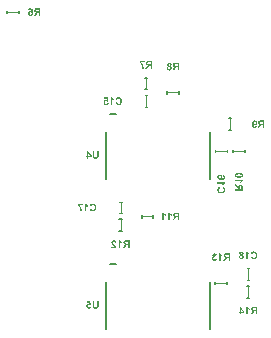
<source format=gbr>
G04*
G04 #@! TF.GenerationSoftware,Altium Limited,Altium Designer,22.4.2 (48)*
G04*
G04 Layer_Color=32896*
%FSLAX44Y44*%
%MOMM*%
G71*
G04*
G04 #@! TF.SameCoordinates,3F8D2DE9-6248-4815-85C5-7CB1FE07798D*
G04*
G04*
G04 #@! TF.FilePolarity,Positive*
G04*
G01*
G75*
%ADD11C,0.1000*%
%ADD12C,0.1270*%
G36*
X103367Y186911D02*
X102378Y186772D01*
X102295Y186856D01*
X102211Y186930D01*
X102128Y186994D01*
X102045Y187050D01*
X101888Y187133D01*
X101740Y187188D01*
X101610Y187216D01*
X101518Y187235D01*
X101481Y187244D01*
X101426D01*
X101278Y187235D01*
X101139Y187198D01*
X101019Y187152D01*
X100917Y187096D01*
X100843Y187031D01*
X100778Y186985D01*
X100741Y186948D01*
X100732Y186939D01*
X100640Y186819D01*
X100575Y186680D01*
X100529Y186532D01*
X100501Y186384D01*
X100473Y186255D01*
X100464Y186153D01*
Y186107D01*
Y186079D01*
Y186061D01*
Y186051D01*
X100473Y185829D01*
X100501Y185635D01*
X100547Y185478D01*
X100593Y185349D01*
X100649Y185238D01*
X100686Y185164D01*
X100723Y185127D01*
X100732Y185108D01*
X100834Y185007D01*
X100945Y184923D01*
X101056Y184868D01*
X101157Y184831D01*
X101250Y184812D01*
X101324Y184803D01*
X101370Y184794D01*
X101389D01*
X101509Y184803D01*
X101629Y184831D01*
X101731Y184868D01*
X101814Y184914D01*
X101888Y184960D01*
X101943Y184997D01*
X101980Y185025D01*
X101989Y185034D01*
X102073Y185136D01*
X102147Y185238D01*
X102202Y185349D01*
X102239Y185450D01*
X102267Y185543D01*
X102285Y185626D01*
X102295Y185672D01*
Y185691D01*
X103515Y185561D01*
X103487Y185413D01*
X103460Y185275D01*
X103367Y185025D01*
X103265Y184803D01*
X103210Y184711D01*
X103145Y184618D01*
X103090Y184544D01*
X103043Y184480D01*
X102988Y184424D01*
X102951Y184368D01*
X102914Y184332D01*
X102886Y184304D01*
X102868Y184295D01*
X102858Y184285D01*
X102748Y184202D01*
X102637Y184128D01*
X102516Y184063D01*
X102396Y184017D01*
X102147Y183925D01*
X101925Y183869D01*
X101814Y183851D01*
X101721Y183841D01*
X101629Y183832D01*
X101555Y183823D01*
X101490Y183814D01*
X101407D01*
X101204Y183823D01*
X101009Y183851D01*
X100834Y183888D01*
X100667Y183943D01*
X100510Y184008D01*
X100372Y184082D01*
X100242Y184156D01*
X100122Y184239D01*
X100020Y184313D01*
X99928Y184387D01*
X99845Y184461D01*
X99780Y184526D01*
X99733Y184581D01*
X99697Y184618D01*
X99678Y184646D01*
X99669Y184655D01*
X99586Y184775D01*
X99512Y184895D01*
X99456Y185016D01*
X99401Y185145D01*
X99318Y185386D01*
X99262Y185607D01*
X99243Y185700D01*
X99234Y185792D01*
X99216Y185876D01*
Y185949D01*
X99206Y186005D01*
Y186042D01*
Y186070D01*
Y186079D01*
X99216Y186255D01*
X99234Y186421D01*
X99262Y186578D01*
X99299Y186726D01*
X99336Y186856D01*
X99391Y186985D01*
X99438Y187105D01*
X99493Y187207D01*
X99549Y187299D01*
X99595Y187383D01*
X99650Y187457D01*
X99687Y187512D01*
X99724Y187558D01*
X99752Y187595D01*
X99770Y187614D01*
X99780Y187623D01*
X99891Y187725D01*
X100002Y187817D01*
X100122Y187900D01*
X100242Y187974D01*
X100353Y188030D01*
X100473Y188076D01*
X100686Y188150D01*
X100787Y188178D01*
X100880Y188196D01*
X100963Y188206D01*
X101028Y188215D01*
X101083Y188224D01*
X101167D01*
X101324Y188215D01*
X101481Y188187D01*
X101620Y188159D01*
X101749Y188122D01*
X101851Y188076D01*
X101934Y188048D01*
X101989Y188021D01*
X101999Y188011D01*
X102008D01*
X101814Y189102D01*
X99493D01*
Y190249D01*
X102738D01*
X103367Y186911D01*
D02*
G37*
G36*
X109728D02*
Y186717D01*
X109719Y186532D01*
Y186356D01*
X109710Y186199D01*
X109700Y186051D01*
X109691Y185922D01*
X109682Y185802D01*
X109663Y185691D01*
X109654Y185598D01*
X109645Y185515D01*
X109635Y185441D01*
X109626Y185386D01*
X109617Y185339D01*
Y185312D01*
X109608Y185293D01*
Y185284D01*
X109562Y185145D01*
X109515Y185016D01*
X109451Y184895D01*
X109395Y184794D01*
X109340Y184701D01*
X109293Y184627D01*
X109256Y184590D01*
X109247Y184572D01*
X109136Y184452D01*
X109016Y184341D01*
X108887Y184248D01*
X108766Y184165D01*
X108665Y184100D01*
X108572Y184054D01*
X108517Y184027D01*
X108508Y184017D01*
X108498D01*
X108406Y183980D01*
X108304Y183953D01*
X108073Y183897D01*
X107842Y183860D01*
X107620Y183841D01*
X107518Y183832D01*
X107417Y183823D01*
X107333D01*
X107250Y183814D01*
X107102D01*
X106834Y183823D01*
X106594Y183841D01*
X106381Y183878D01*
X106205Y183916D01*
X106131Y183925D01*
X106058Y183943D01*
X106002Y183962D01*
X105956Y183980D01*
X105919Y183990D01*
X105891Y183999D01*
X105882Y184008D01*
X105873D01*
X105706Y184082D01*
X105558Y184174D01*
X105429Y184258D01*
X105318Y184341D01*
X105235Y184415D01*
X105170Y184470D01*
X105133Y184507D01*
X105124Y184526D01*
X105022Y184655D01*
X104939Y184794D01*
X104874Y184923D01*
X104819Y185053D01*
X104782Y185164D01*
X104754Y185256D01*
X104745Y185284D01*
Y185312D01*
X104735Y185321D01*
Y185330D01*
X104717Y185432D01*
X104698Y185543D01*
X104680Y185663D01*
X104671Y185783D01*
X104652Y186061D01*
X104634Y186329D01*
Y186449D01*
Y186569D01*
X104624Y186680D01*
Y186772D01*
Y186846D01*
Y186911D01*
Y186948D01*
Y186957D01*
Y190332D01*
X105919D01*
Y186782D01*
Y186643D01*
Y186514D01*
X105928Y186393D01*
Y186282D01*
X105937Y186190D01*
Y186098D01*
X105947Y186014D01*
Y185940D01*
X105965Y185829D01*
X105974Y185746D01*
X105983Y185700D01*
Y185681D01*
X106011Y185561D01*
X106058Y185459D01*
X106113Y185367D01*
X106168Y185284D01*
X106224Y185219D01*
X106270Y185173D01*
X106307Y185145D01*
X106316Y185136D01*
X106427Y185062D01*
X106566Y185007D01*
X106695Y184970D01*
X106834Y184942D01*
X106954Y184923D01*
X107047Y184914D01*
X107139D01*
X107333Y184923D01*
X107500Y184951D01*
X107648Y184988D01*
X107777Y185034D01*
X107870Y185071D01*
X107944Y185108D01*
X107981Y185136D01*
X107999Y185145D01*
X108101Y185238D01*
X108184Y185349D01*
X108258Y185450D01*
X108304Y185552D01*
X108341Y185644D01*
X108369Y185718D01*
X108387Y185765D01*
Y185783D01*
X108397Y185839D01*
X108406Y185894D01*
Y185968D01*
X108415Y186051D01*
X108424Y186227D01*
Y186412D01*
X108434Y186578D01*
Y186652D01*
Y186726D01*
Y186782D01*
Y186819D01*
Y186846D01*
Y186856D01*
Y190332D01*
X109728D01*
Y186911D01*
D02*
G37*
G36*
Y313911D02*
Y313717D01*
X109719Y313532D01*
Y313356D01*
X109710Y313199D01*
X109700Y313051D01*
X109691Y312922D01*
X109682Y312802D01*
X109663Y312691D01*
X109654Y312598D01*
X109645Y312515D01*
X109635Y312441D01*
X109626Y312386D01*
X109617Y312339D01*
Y312312D01*
X109608Y312293D01*
Y312284D01*
X109562Y312145D01*
X109515Y312016D01*
X109451Y311896D01*
X109395Y311794D01*
X109340Y311701D01*
X109293Y311627D01*
X109256Y311590D01*
X109247Y311572D01*
X109136Y311452D01*
X109016Y311341D01*
X108887Y311248D01*
X108766Y311165D01*
X108665Y311100D01*
X108572Y311054D01*
X108517Y311026D01*
X108508Y311017D01*
X108498D01*
X108406Y310980D01*
X108304Y310952D01*
X108073Y310897D01*
X107842Y310860D01*
X107620Y310842D01*
X107518Y310832D01*
X107417Y310823D01*
X107333D01*
X107250Y310814D01*
X107102D01*
X106834Y310823D01*
X106594Y310842D01*
X106381Y310879D01*
X106205Y310916D01*
X106131Y310925D01*
X106058Y310943D01*
X106002Y310962D01*
X105956Y310980D01*
X105919Y310989D01*
X105891Y310999D01*
X105882Y311008D01*
X105873D01*
X105706Y311082D01*
X105558Y311174D01*
X105429Y311258D01*
X105318Y311341D01*
X105235Y311415D01*
X105170Y311470D01*
X105133Y311507D01*
X105124Y311526D01*
X105022Y311655D01*
X104939Y311794D01*
X104874Y311923D01*
X104819Y312053D01*
X104782Y312164D01*
X104754Y312256D01*
X104745Y312284D01*
Y312312D01*
X104735Y312321D01*
Y312330D01*
X104717Y312432D01*
X104698Y312543D01*
X104680Y312663D01*
X104671Y312783D01*
X104652Y313060D01*
X104634Y313329D01*
Y313449D01*
Y313569D01*
X104624Y313680D01*
Y313772D01*
Y313846D01*
Y313911D01*
Y313948D01*
Y313957D01*
Y317332D01*
X105919D01*
Y313782D01*
Y313643D01*
Y313514D01*
X105928Y313393D01*
Y313282D01*
X105937Y313190D01*
Y313097D01*
X105947Y313014D01*
Y312940D01*
X105965Y312829D01*
X105974Y312746D01*
X105983Y312700D01*
Y312681D01*
X106011Y312561D01*
X106058Y312460D01*
X106113Y312367D01*
X106168Y312284D01*
X106224Y312219D01*
X106270Y312173D01*
X106307Y312145D01*
X106316Y312136D01*
X106427Y312062D01*
X106566Y312006D01*
X106695Y311970D01*
X106834Y311942D01*
X106954Y311923D01*
X107047Y311914D01*
X107139D01*
X107333Y311923D01*
X107500Y311951D01*
X107648Y311988D01*
X107777Y312034D01*
X107870Y312071D01*
X107944Y312108D01*
X107981Y312136D01*
X107999Y312145D01*
X108101Y312238D01*
X108184Y312349D01*
X108258Y312450D01*
X108304Y312552D01*
X108341Y312644D01*
X108369Y312718D01*
X108387Y312765D01*
Y312783D01*
X108397Y312839D01*
X108406Y312894D01*
Y312968D01*
X108415Y313051D01*
X108424Y313227D01*
Y313412D01*
X108434Y313578D01*
Y313652D01*
Y313726D01*
Y313782D01*
Y313819D01*
Y313846D01*
Y313856D01*
Y317332D01*
X109728D01*
Y313911D01*
D02*
G37*
G36*
X103746Y313282D02*
Y312219D01*
X101120D01*
Y310934D01*
X99937D01*
Y312219D01*
X99142D01*
Y313292D01*
X99937D01*
Y317360D01*
X100972D01*
X103746Y313282D01*
D02*
G37*
G36*
X122789Y241794D02*
X122937Y241784D01*
X123223Y241738D01*
X123464Y241664D01*
X123575Y241627D01*
X123677Y241581D01*
X123769Y241544D01*
X123843Y241498D01*
X123917Y241461D01*
X123972Y241433D01*
X124019Y241396D01*
X124046Y241378D01*
X124065Y241368D01*
X124074Y241359D01*
X124176Y241267D01*
X124268Y241174D01*
X124352Y241063D01*
X124425Y240943D01*
X124536Y240703D01*
X124629Y240472D01*
X124657Y240351D01*
X124684Y240250D01*
X124712Y240157D01*
X124721Y240074D01*
X124740Y240000D01*
Y239954D01*
X124749Y239917D01*
Y239908D01*
X123529Y239787D01*
X123510Y239972D01*
X123473Y240130D01*
X123436Y240268D01*
X123390Y240370D01*
X123353Y240453D01*
X123316Y240509D01*
X123288Y240546D01*
X123279Y240555D01*
X123187Y240629D01*
X123085Y240684D01*
X122983Y240730D01*
X122881Y240758D01*
X122798Y240777D01*
X122724Y240786D01*
X122660D01*
X122521Y240777D01*
X122401Y240749D01*
X122299Y240712D01*
X122206Y240675D01*
X122142Y240638D01*
X122086Y240601D01*
X122059Y240573D01*
X122049Y240564D01*
X121975Y240472D01*
X121920Y240370D01*
X121883Y240268D01*
X121855Y240166D01*
X121837Y240074D01*
X121827Y239991D01*
Y239945D01*
Y239935D01*
Y239926D01*
X121837Y239787D01*
X121864Y239658D01*
X121911Y239529D01*
X121957Y239418D01*
X122003Y239316D01*
X122049Y239242D01*
X122077Y239196D01*
X122086Y239177D01*
X122123Y239122D01*
X122179Y239057D01*
X122253Y238974D01*
X122327Y238900D01*
X122493Y238724D01*
X122660Y238549D01*
X122826Y238382D01*
X122900Y238308D01*
X122974Y238253D01*
X123029Y238197D01*
X123066Y238160D01*
X123094Y238132D01*
X123103Y238123D01*
X123288Y237948D01*
X123455Y237781D01*
X123612Y237624D01*
X123750Y237485D01*
X123880Y237347D01*
X123991Y237217D01*
X124093Y237106D01*
X124176Y236995D01*
X124250Y236903D01*
X124314Y236820D01*
X124370Y236755D01*
X124407Y236690D01*
X124444Y236653D01*
X124462Y236616D01*
X124481Y236598D01*
Y236588D01*
X124601Y236376D01*
X124694Y236154D01*
X124768Y235951D01*
X124823Y235766D01*
X124860Y235599D01*
X124869Y235534D01*
X124879Y235479D01*
X124888Y235433D01*
X124897Y235396D01*
Y235377D01*
Y235368D01*
X120598D01*
Y236505D01*
X123039D01*
X122965Y236625D01*
X122881Y236727D01*
X122844Y236773D01*
X122817Y236810D01*
X122798Y236829D01*
X122789Y236838D01*
X122752Y236875D01*
X122715Y236921D01*
X122604Y237023D01*
X122484Y237143D01*
X122364Y237263D01*
X122243Y237374D01*
X122142Y237467D01*
X122105Y237504D01*
X122077Y237532D01*
X122059Y237541D01*
X122049Y237550D01*
X121846Y237744D01*
X121679Y237901D01*
X121541Y238049D01*
X121430Y238160D01*
X121347Y238253D01*
X121291Y238317D01*
X121254Y238364D01*
X121245Y238373D01*
X121125Y238530D01*
X121023Y238678D01*
X120940Y238817D01*
X120875Y238937D01*
X120820Y239039D01*
X120783Y239122D01*
X120764Y239168D01*
X120755Y239186D01*
X120700Y239334D01*
X120662Y239482D01*
X120635Y239621D01*
X120616Y239750D01*
X120607Y239852D01*
X120598Y239935D01*
Y239991D01*
Y240009D01*
X120607Y240148D01*
X120625Y240287D01*
X120644Y240416D01*
X120681Y240536D01*
X120773Y240749D01*
X120866Y240934D01*
X120921Y241017D01*
X120968Y241082D01*
X121014Y241147D01*
X121060Y241193D01*
X121097Y241230D01*
X121116Y241267D01*
X121134Y241276D01*
X121143Y241285D01*
X121245Y241378D01*
X121365Y241461D01*
X121476Y241526D01*
X121606Y241581D01*
X121846Y241674D01*
X122086Y241738D01*
X122197Y241757D01*
X122299Y241775D01*
X122391Y241784D01*
X122475Y241794D01*
X122539Y241803D01*
X122632D01*
X122789Y241794D01*
D02*
G37*
G36*
X127671Y241590D02*
X127791Y241396D01*
X127920Y241211D01*
X128050Y241063D01*
X128161Y240943D01*
X128262Y240851D01*
X128299Y240814D01*
X128327Y240786D01*
X128346Y240777D01*
X128355Y240767D01*
X128558Y240620D01*
X128752Y240490D01*
X128928Y240388D01*
X129085Y240314D01*
X129215Y240259D01*
X129307Y240213D01*
X129344Y240203D01*
X129372Y240194D01*
X129381Y240185D01*
X129390D01*
Y239076D01*
X129058Y239205D01*
X128762Y239344D01*
X128623Y239418D01*
X128493Y239501D01*
X128373Y239575D01*
X128262Y239649D01*
X128161Y239723D01*
X128068Y239787D01*
X127994Y239843D01*
X127929Y239898D01*
X127874Y239945D01*
X127837Y239972D01*
X127819Y239991D01*
X127809Y240000D01*
Y235368D01*
X126580D01*
Y241803D01*
X127578D01*
X127671Y241590D01*
D02*
G37*
G36*
X135890Y235368D02*
X134596D01*
Y238040D01*
X134180D01*
X134050Y238031D01*
X133939Y238022D01*
X133847Y238003D01*
X133773Y237994D01*
X133727Y237975D01*
X133699Y237966D01*
X133689D01*
X133616Y237929D01*
X133542Y237892D01*
X133477Y237846D01*
X133412Y237809D01*
X133366Y237763D01*
X133329Y237726D01*
X133310Y237707D01*
X133301Y237698D01*
X133264Y237652D01*
X133218Y237605D01*
X133116Y237467D01*
X133005Y237319D01*
X132885Y237152D01*
X132783Y237005D01*
X132737Y236931D01*
X132700Y236875D01*
X132663Y236829D01*
X132635Y236792D01*
X132626Y236764D01*
X132617Y236755D01*
X131692Y235368D01*
X130139D01*
X130925Y236616D01*
X131008Y236746D01*
X131091Y236875D01*
X131166Y236986D01*
X131240Y237088D01*
X131304Y237180D01*
X131360Y237273D01*
X131471Y237411D01*
X131554Y237522D01*
X131609Y237596D01*
X131656Y237642D01*
X131665Y237652D01*
X131767Y237763D01*
X131887Y237864D01*
X131998Y237948D01*
X132108Y238031D01*
X132201Y238095D01*
X132275Y238142D01*
X132330Y238179D01*
X132340Y238188D01*
X132349D01*
X132192Y238216D01*
X132053Y238253D01*
X131924Y238290D01*
X131794Y238336D01*
X131683Y238382D01*
X131582Y238428D01*
X131480Y238475D01*
X131397Y238530D01*
X131323Y238576D01*
X131258Y238622D01*
X131202Y238669D01*
X131166Y238706D01*
X131129Y238733D01*
X131101Y238761D01*
X131091Y238770D01*
X131082Y238780D01*
X131008Y238872D01*
X130944Y238965D01*
X130833Y239168D01*
X130759Y239362D01*
X130712Y239556D01*
X130675Y239723D01*
X130666Y239787D01*
Y239852D01*
X130657Y239898D01*
Y239945D01*
Y239963D01*
Y239972D01*
X130666Y240176D01*
X130703Y240370D01*
X130749Y240536D01*
X130796Y240684D01*
X130851Y240804D01*
X130897Y240897D01*
X130916Y240925D01*
X130934Y240952D01*
X130944Y240962D01*
Y240971D01*
X131055Y241128D01*
X131175Y241257D01*
X131295Y241359D01*
X131415Y241452D01*
X131526Y241507D01*
X131609Y241553D01*
X131665Y241581D01*
X131674Y241590D01*
X131683D01*
X131776Y241618D01*
X131877Y241646D01*
X132108Y241692D01*
X132358Y241720D01*
X132599Y241747D01*
X132719D01*
X132821Y241757D01*
X132922D01*
X133005Y241766D01*
X135890D01*
Y235368D01*
D02*
G37*
G36*
X169835Y265086D02*
X169955Y264892D01*
X170084Y264707D01*
X170214Y264559D01*
X170325Y264439D01*
X170426Y264347D01*
X170463Y264310D01*
X170491Y264282D01*
X170510Y264273D01*
X170519Y264263D01*
X170722Y264116D01*
X170916Y263986D01*
X171092Y263884D01*
X171249Y263810D01*
X171379Y263755D01*
X171471Y263709D01*
X171508Y263699D01*
X171536Y263690D01*
X171545Y263681D01*
X171554D01*
Y262572D01*
X171222Y262701D01*
X170926Y262840D01*
X170787Y262914D01*
X170658Y262997D01*
X170537Y263071D01*
X170426Y263145D01*
X170325Y263219D01*
X170232Y263283D01*
X170158Y263339D01*
X170093Y263394D01*
X170038Y263441D01*
X170001Y263468D01*
X169983Y263487D01*
X169973Y263496D01*
Y258864D01*
X168744D01*
Y265299D01*
X169742D01*
X169835Y265086D01*
D02*
G37*
G36*
X164860D02*
X164981Y264892D01*
X165110Y264707D01*
X165240Y264559D01*
X165350Y264439D01*
X165452Y264347D01*
X165489Y264310D01*
X165517Y264282D01*
X165536Y264273D01*
X165545Y264263D01*
X165748Y264116D01*
X165942Y263986D01*
X166118Y263884D01*
X166275Y263810D01*
X166404Y263755D01*
X166497Y263709D01*
X166534Y263699D01*
X166562Y263690D01*
X166571Y263681D01*
X166580D01*
Y262572D01*
X166247Y262701D01*
X165951Y262840D01*
X165813Y262914D01*
X165683Y262997D01*
X165563Y263071D01*
X165452Y263145D01*
X165350Y263219D01*
X165258Y263283D01*
X165184Y263339D01*
X165119Y263394D01*
X165064Y263441D01*
X165027Y263468D01*
X165009Y263487D01*
X164999Y263496D01*
Y258864D01*
X163769D01*
Y265299D01*
X164768D01*
X164860Y265086D01*
D02*
G37*
G36*
X178054Y258864D02*
X176760D01*
Y261536D01*
X176344D01*
X176214Y261527D01*
X176103Y261518D01*
X176011Y261499D01*
X175937Y261490D01*
X175891Y261471D01*
X175863Y261462D01*
X175854D01*
X175780Y261425D01*
X175706Y261388D01*
X175641Y261342D01*
X175576Y261305D01*
X175530Y261259D01*
X175493Y261222D01*
X175474Y261203D01*
X175465Y261194D01*
X175428Y261148D01*
X175382Y261101D01*
X175280Y260963D01*
X175169Y260815D01*
X175049Y260648D01*
X174947Y260501D01*
X174901Y260427D01*
X174864Y260371D01*
X174827Y260325D01*
X174799Y260288D01*
X174790Y260260D01*
X174781Y260251D01*
X173857Y258864D01*
X172303D01*
X173089Y260112D01*
X173172Y260242D01*
X173256Y260371D01*
X173330Y260482D01*
X173403Y260584D01*
X173468Y260676D01*
X173524Y260769D01*
X173635Y260907D01*
X173718Y261018D01*
X173773Y261092D01*
X173820Y261138D01*
X173829Y261148D01*
X173930Y261259D01*
X174051Y261360D01*
X174162Y261444D01*
X174272Y261527D01*
X174365Y261591D01*
X174439Y261638D01*
X174494Y261675D01*
X174504Y261684D01*
X174513D01*
X174356Y261712D01*
X174217Y261749D01*
X174088Y261786D01*
X173958Y261832D01*
X173847Y261878D01*
X173746Y261924D01*
X173644Y261971D01*
X173561Y262026D01*
X173487Y262072D01*
X173422Y262118D01*
X173367Y262165D01*
X173330Y262202D01*
X173293Y262229D01*
X173265Y262257D01*
X173256Y262266D01*
X173246Y262276D01*
X173172Y262368D01*
X173108Y262460D01*
X172997Y262664D01*
X172923Y262858D01*
X172876Y263052D01*
X172840Y263219D01*
X172830Y263283D01*
Y263348D01*
X172821Y263394D01*
Y263441D01*
Y263459D01*
Y263468D01*
X172830Y263672D01*
X172867Y263866D01*
X172913Y264032D01*
X172960Y264180D01*
X173015Y264300D01*
X173061Y264393D01*
X173080Y264421D01*
X173098Y264448D01*
X173108Y264458D01*
Y264467D01*
X173219Y264624D01*
X173339Y264753D01*
X173459Y264855D01*
X173579Y264948D01*
X173690Y265003D01*
X173773Y265049D01*
X173829Y265077D01*
X173838Y265086D01*
X173847D01*
X173940Y265114D01*
X174041Y265142D01*
X174272Y265188D01*
X174522Y265216D01*
X174763Y265243D01*
X174883D01*
X174984Y265253D01*
X175086D01*
X175169Y265262D01*
X178054D01*
Y258864D01*
D02*
G37*
G36*
X228784Y298794D02*
X229089Y298776D01*
X229366Y298748D01*
X229625Y298702D01*
X229865Y298656D01*
X230078Y298609D01*
X230272Y298545D01*
X230439Y298489D01*
X230596Y298434D01*
X230716Y298378D01*
X230827Y298323D01*
X230919Y298277D01*
X230984Y298230D01*
X231030Y298203D01*
X231058Y298184D01*
X231067Y298175D01*
X231187Y298073D01*
X231289Y297962D01*
X231372Y297842D01*
X231456Y297722D01*
X231520Y297602D01*
X231567Y297481D01*
X231613Y297370D01*
X231650Y297250D01*
X231677Y297139D01*
X231696Y297047D01*
X231714Y296954D01*
X231724Y296880D01*
X231733Y296816D01*
Y296723D01*
X231724Y296557D01*
X231705Y296400D01*
X231668Y296243D01*
X231631Y296104D01*
X231576Y295974D01*
X231520Y295854D01*
X231465Y295753D01*
X231400Y295651D01*
X231335Y295568D01*
X231280Y295484D01*
X231224Y295420D01*
X231169Y295373D01*
X231132Y295327D01*
X231095Y295299D01*
X231077Y295281D01*
X231067Y295272D01*
X230910Y295161D01*
X230725Y295068D01*
X230531Y294985D01*
X230328Y294911D01*
X230115Y294856D01*
X229893Y294800D01*
X229680Y294763D01*
X229468Y294726D01*
X229264Y294708D01*
X229079Y294689D01*
X228904Y294671D01*
X228756Y294662D01*
X228636Y294652D01*
X228543D01*
X228506D01*
X228479D01*
X228469D01*
X228460D01*
X228127Y294662D01*
X227822Y294680D01*
X227535Y294708D01*
X227277Y294745D01*
X227045Y294782D01*
X226833Y294828D01*
X226648Y294883D01*
X226481Y294939D01*
X226343Y294985D01*
X226213Y295041D01*
X226112Y295087D01*
X226028Y295133D01*
X225973Y295161D01*
X225927Y295189D01*
X225899Y295207D01*
X225890Y295216D01*
X225760Y295327D01*
X225659Y295447D01*
X225557Y295568D01*
X225483Y295697D01*
X225409Y295817D01*
X225354Y295947D01*
X225307Y296067D01*
X225270Y296187D01*
X225233Y296298D01*
X225215Y296400D01*
X225196Y296492D01*
X225187Y296566D01*
Y296631D01*
X225178Y296686D01*
Y296723D01*
X225187Y296890D01*
X225205Y297047D01*
X225243Y297204D01*
X225280Y297343D01*
X225326Y297472D01*
X225381Y297592D01*
X225446Y297694D01*
X225511Y297796D01*
X225566Y297879D01*
X225631Y297962D01*
X225686Y298027D01*
X225732Y298082D01*
X225770Y298119D01*
X225807Y298147D01*
X225825Y298166D01*
X225834Y298175D01*
X225991Y298286D01*
X226176Y298378D01*
X226371Y298471D01*
X226583Y298535D01*
X226796Y298600D01*
X227008Y298646D01*
X227230Y298693D01*
X227443Y298730D01*
X227646Y298748D01*
X227831Y298766D01*
X228007Y298785D01*
X228155Y298794D01*
X228275Y298804D01*
X228368D01*
X228405D01*
X228432D01*
X228442D01*
X228451D01*
X228784Y298794D01*
D02*
G37*
G36*
X231733Y291814D02*
X231520Y291721D01*
X231326Y291601D01*
X231141Y291472D01*
X230993Y291342D01*
X230873Y291231D01*
X230781Y291130D01*
X230744Y291093D01*
X230716Y291065D01*
X230707Y291047D01*
X230697Y291037D01*
X230550Y290834D01*
X230420Y290640D01*
X230318Y290464D01*
X230244Y290307D01*
X230189Y290177D01*
X230143Y290085D01*
X230133Y290048D01*
X230124Y290020D01*
X230115Y290011D01*
Y290002D01*
X229006D01*
X229135Y290334D01*
X229274Y290630D01*
X229348Y290769D01*
X229431Y290898D01*
X229505Y291019D01*
X229579Y291130D01*
X229653Y291231D01*
X229717Y291324D01*
X229773Y291398D01*
X229828Y291462D01*
X229875Y291518D01*
X229902Y291555D01*
X229921Y291574D01*
X229930Y291583D01*
X225298D01*
Y292812D01*
X231733D01*
Y291814D01*
D02*
G37*
G36*
X226546Y288467D02*
X226676Y288384D01*
X226805Y288300D01*
X226916Y288227D01*
X227018Y288153D01*
X227110Y288088D01*
X227203Y288032D01*
X227341Y287921D01*
X227452Y287838D01*
X227526Y287783D01*
X227572Y287736D01*
X227582Y287727D01*
X227693Y287626D01*
X227794Y287505D01*
X227878Y287394D01*
X227961Y287283D01*
X228025Y287191D01*
X228072Y287117D01*
X228109Y287062D01*
X228118Y287052D01*
Y287043D01*
X228146Y287200D01*
X228183Y287339D01*
X228220Y287468D01*
X228266Y287598D01*
X228312Y287709D01*
X228358Y287810D01*
X228405Y287912D01*
X228460Y287995D01*
X228506Y288069D01*
X228552Y288134D01*
X228599Y288190D01*
X228636Y288227D01*
X228663Y288263D01*
X228691Y288291D01*
X228700Y288300D01*
X228710Y288310D01*
X228802Y288384D01*
X228895Y288448D01*
X229098Y288559D01*
X229292Y288633D01*
X229486Y288680D01*
X229653Y288717D01*
X229717Y288726D01*
X229782D01*
X229828Y288735D01*
X229875D01*
X229893D01*
X229902D01*
X230106Y288726D01*
X230300Y288689D01*
X230466Y288643D01*
X230614Y288596D01*
X230734Y288541D01*
X230827Y288495D01*
X230855Y288476D01*
X230882Y288458D01*
X230892Y288448D01*
X230901D01*
X231058Y288337D01*
X231187Y288217D01*
X231289Y288097D01*
X231382Y287977D01*
X231437Y287866D01*
X231483Y287783D01*
X231511Y287727D01*
X231520Y287718D01*
Y287709D01*
X231548Y287616D01*
X231576Y287515D01*
X231622Y287283D01*
X231650Y287034D01*
X231677Y286793D01*
Y286673D01*
X231687Y286572D01*
Y286470D01*
X231696Y286387D01*
Y283502D01*
X225298D01*
Y284796D01*
X227970D01*
Y285212D01*
X227961Y285342D01*
X227952Y285453D01*
X227933Y285545D01*
X227924Y285619D01*
X227905Y285665D01*
X227896Y285693D01*
Y285702D01*
X227859Y285777D01*
X227822Y285850D01*
X227776Y285915D01*
X227739Y285980D01*
X227693Y286026D01*
X227656Y286063D01*
X227637Y286082D01*
X227628Y286091D01*
X227582Y286128D01*
X227535Y286174D01*
X227397Y286276D01*
X227249Y286387D01*
X227082Y286507D01*
X226935Y286609D01*
X226861Y286655D01*
X226805Y286692D01*
X226759Y286729D01*
X226722Y286756D01*
X226694Y286766D01*
X226685Y286775D01*
X225298Y287700D01*
Y289253D01*
X226546Y288467D01*
D02*
G37*
G36*
X241975Y343268D02*
X242124Y343249D01*
X242271Y343222D01*
X242410Y343185D01*
X242540Y343138D01*
X242660Y343083D01*
X242780Y343037D01*
X242872Y342981D01*
X242965Y342916D01*
X243048Y342870D01*
X243113Y342815D01*
X243178Y342768D01*
X243224Y342731D01*
X243251Y342704D01*
X243270Y342685D01*
X243279Y342676D01*
X243381Y342556D01*
X243464Y342436D01*
X243547Y342306D01*
X243612Y342177D01*
X243668Y342047D01*
X243714Y341909D01*
X243778Y341659D01*
X243806Y341548D01*
X243825Y341437D01*
X243834Y341345D01*
X243843Y341261D01*
X243852Y341187D01*
Y341141D01*
Y341104D01*
Y341095D01*
X243843Y340929D01*
X243825Y340762D01*
X243806Y340605D01*
X243769Y340466D01*
X243723Y340328D01*
X243677Y340207D01*
X243631Y340087D01*
X243575Y339986D01*
X243529Y339893D01*
X243483Y339810D01*
X243436Y339745D01*
X243390Y339680D01*
X243353Y339643D01*
X243335Y339606D01*
X243316Y339588D01*
X243307Y339579D01*
X243205Y339477D01*
X243094Y339384D01*
X242983Y339311D01*
X242872Y339246D01*
X242761Y339190D01*
X242660Y339135D01*
X242456Y339070D01*
X242281Y339024D01*
X242207Y339015D01*
X242142Y339006D01*
X242087Y338996D01*
X242013D01*
X241883Y339006D01*
X241763Y339024D01*
X241652Y339043D01*
X241541Y339079D01*
X241338Y339163D01*
X241171Y339264D01*
X241042Y339366D01*
X240986Y339412D01*
X240940Y339449D01*
X240903Y339486D01*
X240875Y339514D01*
X240866Y339523D01*
X240857Y339533D01*
X240875Y339338D01*
X240894Y339153D01*
X240912Y338987D01*
X240940Y338839D01*
X240968Y338710D01*
X240996Y338589D01*
X241023Y338488D01*
X241051Y338395D01*
X241088Y338312D01*
X241106Y338247D01*
X241134Y338192D01*
X241153Y338155D01*
X241171Y338118D01*
X241190Y338099D01*
X241199Y338081D01*
X241301Y337970D01*
X241412Y337887D01*
X241513Y337822D01*
X241615Y337785D01*
X241707Y337757D01*
X241772Y337748D01*
X241818Y337739D01*
X241837D01*
X241939Y337748D01*
X242040Y337767D01*
X242114Y337794D01*
X242188Y337822D01*
X242244Y337850D01*
X242281Y337878D01*
X242308Y337896D01*
X242318Y337905D01*
X242382Y337979D01*
X242429Y338062D01*
X242466Y338155D01*
X242493Y338247D01*
X242521Y338321D01*
X242530Y338386D01*
X242540Y338432D01*
Y338451D01*
X243723Y338312D01*
X243695Y338164D01*
X243658Y338035D01*
X243621Y337905D01*
X243575Y337794D01*
X243529Y337683D01*
X243483Y337582D01*
X243427Y337498D01*
X243381Y337415D01*
X243325Y337351D01*
X243288Y337286D01*
X243242Y337240D01*
X243205Y337193D01*
X243178Y337166D01*
X243150Y337138D01*
X243141Y337129D01*
X243131Y337119D01*
X243039Y337045D01*
X242946Y336990D01*
X242743Y336888D01*
X242549Y336824D01*
X242355Y336768D01*
X242179Y336740D01*
X242105Y336731D01*
X242040D01*
X241994Y336722D01*
X241920D01*
X241726Y336731D01*
X241550Y336759D01*
X241384Y336796D01*
X241217Y336842D01*
X241070Y336907D01*
X240931Y336971D01*
X240801Y337036D01*
X240690Y337110D01*
X240589Y337184D01*
X240496Y337249D01*
X240422Y337323D01*
X240358Y337378D01*
X240302Y337425D01*
X240265Y337462D01*
X240247Y337489D01*
X240237Y337498D01*
X240117Y337656D01*
X240025Y337831D01*
X239932Y338025D01*
X239858Y338220D01*
X239794Y338432D01*
X239738Y338645D01*
X239701Y338848D01*
X239664Y339061D01*
X239636Y339255D01*
X239618Y339431D01*
X239599Y339597D01*
X239590Y339745D01*
X239581Y339865D01*
Y339958D01*
Y339986D01*
Y340013D01*
Y340023D01*
Y340032D01*
X239590Y340346D01*
X239609Y340633D01*
X239636Y340901D01*
X239683Y341150D01*
X239729Y341372D01*
X239775Y341576D01*
X239840Y341761D01*
X239895Y341927D01*
X239951Y342066D01*
X240006Y342186D01*
X240062Y342288D01*
X240108Y342371D01*
X240154Y342436D01*
X240182Y342482D01*
X240200Y342510D01*
X240210Y342519D01*
X240330Y342648D01*
X240459Y342768D01*
X240589Y342870D01*
X240718Y342953D01*
X240857Y343027D01*
X240986Y343092D01*
X241116Y343138D01*
X241245Y343185D01*
X241356Y343212D01*
X241467Y343240D01*
X241560Y343258D01*
X241643Y343268D01*
X241717D01*
X241763Y343277D01*
X241809D01*
X241975Y343268D01*
D02*
G37*
G36*
X249936Y336842D02*
X248642D01*
Y339514D01*
X248226D01*
X248096Y339505D01*
X247985Y339496D01*
X247893Y339477D01*
X247819Y339468D01*
X247773Y339449D01*
X247745Y339440D01*
X247736D01*
X247662Y339403D01*
X247588Y339366D01*
X247523Y339320D01*
X247458Y339283D01*
X247412Y339237D01*
X247375Y339200D01*
X247356Y339181D01*
X247347Y339172D01*
X247310Y339126D01*
X247264Y339079D01*
X247162Y338941D01*
X247051Y338793D01*
X246931Y338626D01*
X246829Y338479D01*
X246783Y338405D01*
X246746Y338349D01*
X246709Y338303D01*
X246681Y338266D01*
X246672Y338238D01*
X246663Y338229D01*
X245739Y336842D01*
X244185D01*
X244971Y338090D01*
X245054Y338220D01*
X245138Y338349D01*
X245212Y338460D01*
X245285Y338562D01*
X245350Y338654D01*
X245406Y338747D01*
X245517Y338885D01*
X245600Y338996D01*
X245655Y339070D01*
X245702Y339116D01*
X245711Y339126D01*
X245812Y339237D01*
X245933Y339338D01*
X246044Y339422D01*
X246154Y339505D01*
X246247Y339570D01*
X246321Y339616D01*
X246376Y339653D01*
X246386Y339662D01*
X246395D01*
X246238Y339690D01*
X246099Y339727D01*
X245970Y339764D01*
X245840Y339810D01*
X245729Y339856D01*
X245628Y339902D01*
X245526Y339949D01*
X245443Y340004D01*
X245369Y340050D01*
X245304Y340096D01*
X245249Y340143D01*
X245212Y340180D01*
X245175Y340207D01*
X245147Y340235D01*
X245138Y340244D01*
X245128Y340254D01*
X245054Y340346D01*
X244990Y340438D01*
X244879Y340642D01*
X244805Y340836D01*
X244758Y341030D01*
X244722Y341197D01*
X244712Y341261D01*
Y341326D01*
X244703Y341372D01*
Y341419D01*
Y341437D01*
Y341446D01*
X244712Y341650D01*
X244749Y341844D01*
X244795Y342010D01*
X244842Y342158D01*
X244897Y342278D01*
X244943Y342371D01*
X244962Y342399D01*
X244980Y342426D01*
X244990Y342436D01*
Y342445D01*
X245101Y342602D01*
X245221Y342731D01*
X245341Y342833D01*
X245461Y342926D01*
X245572Y342981D01*
X245655Y343027D01*
X245711Y343055D01*
X245720Y343064D01*
X245729D01*
X245822Y343092D01*
X245923Y343120D01*
X246154Y343166D01*
X246404Y343194D01*
X246645Y343222D01*
X246765D01*
X246866Y343231D01*
X246968D01*
X247051Y343240D01*
X249936D01*
Y336842D01*
D02*
G37*
G36*
X235875Y185330D02*
X235995Y185136D01*
X236124Y184951D01*
X236254Y184803D01*
X236365Y184683D01*
X236466Y184591D01*
X236503Y184554D01*
X236531Y184526D01*
X236550Y184517D01*
X236559Y184507D01*
X236762Y184359D01*
X236956Y184230D01*
X237132Y184128D01*
X237289Y184054D01*
X237419Y183999D01*
X237511Y183953D01*
X237548Y183943D01*
X237576Y183934D01*
X237585Y183925D01*
X237594D01*
Y182815D01*
X237262Y182945D01*
X236966Y183084D01*
X236827Y183158D01*
X236698Y183241D01*
X236577Y183315D01*
X236466Y183389D01*
X236365Y183463D01*
X236272Y183527D01*
X236198Y183583D01*
X236133Y183638D01*
X236078Y183685D01*
X236041Y183712D01*
X236023Y183731D01*
X236013Y183740D01*
Y179108D01*
X234784D01*
Y185543D01*
X235782D01*
X235875Y185330D01*
D02*
G37*
G36*
X244094Y179108D02*
X242800D01*
Y181780D01*
X242384D01*
X242254Y181771D01*
X242143Y181761D01*
X242051Y181743D01*
X241977Y181734D01*
X241931Y181715D01*
X241903Y181706D01*
X241894D01*
X241820Y181669D01*
X241746Y181632D01*
X241681Y181586D01*
X241616Y181549D01*
X241570Y181503D01*
X241533Y181466D01*
X241514Y181447D01*
X241505Y181438D01*
X241468Y181392D01*
X241422Y181345D01*
X241320Y181207D01*
X241209Y181059D01*
X241089Y180892D01*
X240987Y180744D01*
X240941Y180671D01*
X240904Y180615D01*
X240867Y180569D01*
X240840Y180532D01*
X240830Y180504D01*
X240821Y180495D01*
X239897Y179108D01*
X238343D01*
X239129Y180356D01*
X239212Y180486D01*
X239296Y180615D01*
X239370Y180726D01*
X239443Y180828D01*
X239508Y180920D01*
X239564Y181013D01*
X239675Y181151D01*
X239758Y181262D01*
X239813Y181336D01*
X239860Y181382D01*
X239869Y181392D01*
X239970Y181503D01*
X240091Y181604D01*
X240202Y181688D01*
X240312Y181771D01*
X240405Y181835D01*
X240479Y181882D01*
X240534Y181919D01*
X240544Y181928D01*
X240553D01*
X240396Y181956D01*
X240257Y181993D01*
X240128Y182030D01*
X239998Y182076D01*
X239887Y182122D01*
X239786Y182168D01*
X239684Y182215D01*
X239601Y182270D01*
X239527Y182316D01*
X239462Y182362D01*
X239407Y182409D01*
X239370Y182446D01*
X239333Y182473D01*
X239305Y182501D01*
X239296Y182510D01*
X239286Y182520D01*
X239212Y182612D01*
X239148Y182705D01*
X239037Y182908D01*
X238963Y183102D01*
X238916Y183296D01*
X238880Y183463D01*
X238870Y183527D01*
Y183592D01*
X238861Y183638D01*
Y183685D01*
Y183703D01*
Y183712D01*
X238870Y183916D01*
X238907Y184110D01*
X238953Y184276D01*
X239000Y184424D01*
X239055Y184544D01*
X239101Y184637D01*
X239120Y184665D01*
X239138Y184692D01*
X239148Y184702D01*
Y184711D01*
X239259Y184868D01*
X239379Y184997D01*
X239499Y185099D01*
X239619Y185192D01*
X239730Y185247D01*
X239813Y185293D01*
X239869Y185321D01*
X239878Y185330D01*
X239887D01*
X239980Y185358D01*
X240081Y185386D01*
X240312Y185432D01*
X240562Y185460D01*
X240803Y185487D01*
X240923D01*
X241024Y185497D01*
X241126D01*
X241209Y185506D01*
X244094D01*
Y179108D01*
D02*
G37*
G36*
X233157Y181456D02*
Y180393D01*
X230531D01*
Y179108D01*
X229347D01*
Y180393D01*
X228552D01*
Y181466D01*
X229347D01*
Y185534D01*
X230383D01*
X233157Y181456D01*
D02*
G37*
G36*
X154940Y387134D02*
X153646D01*
Y389806D01*
X153230D01*
X153100Y389797D01*
X152989Y389787D01*
X152897Y389769D01*
X152823Y389760D01*
X152776Y389741D01*
X152749Y389732D01*
X152739D01*
X152666Y389695D01*
X152592Y389658D01*
X152527Y389612D01*
X152462Y389575D01*
X152416Y389529D01*
X152379Y389492D01*
X152360Y389473D01*
X152351Y389464D01*
X152314Y389418D01*
X152268Y389371D01*
X152166Y389233D01*
X152055Y389085D01*
X151935Y388918D01*
X151833Y388770D01*
X151787Y388697D01*
X151750Y388641D01*
X151713Y388595D01*
X151685Y388558D01*
X151676Y388530D01*
X151667Y388521D01*
X150743Y387134D01*
X149189D01*
X149975Y388382D01*
X150058Y388512D01*
X150141Y388641D01*
X150216Y388752D01*
X150289Y388854D01*
X150354Y388946D01*
X150410Y389039D01*
X150521Y389177D01*
X150604Y389288D01*
X150659Y389362D01*
X150705Y389408D01*
X150715Y389418D01*
X150816Y389529D01*
X150937Y389630D01*
X151048Y389714D01*
X151159Y389797D01*
X151251Y389861D01*
X151325Y389908D01*
X151380Y389945D01*
X151390Y389954D01*
X151399D01*
X151242Y389982D01*
X151103Y390019D01*
X150974Y390056D01*
X150844Y390102D01*
X150733Y390148D01*
X150632Y390194D01*
X150530Y390241D01*
X150447Y390296D01*
X150373Y390342D01*
X150308Y390388D01*
X150253Y390435D01*
X150216Y390472D01*
X150178Y390499D01*
X150151Y390527D01*
X150141Y390536D01*
X150132Y390546D01*
X150058Y390638D01*
X149994Y390731D01*
X149883Y390934D01*
X149809Y391128D01*
X149762Y391322D01*
X149726Y391489D01*
X149716Y391553D01*
Y391618D01*
X149707Y391664D01*
Y391711D01*
Y391729D01*
Y391738D01*
X149716Y391942D01*
X149753Y392136D01*
X149799Y392302D01*
X149846Y392450D01*
X149901Y392570D01*
X149947Y392663D01*
X149966Y392691D01*
X149984Y392718D01*
X149994Y392728D01*
Y392737D01*
X150105Y392894D01*
X150225Y393023D01*
X150345Y393125D01*
X150465Y393218D01*
X150576Y393273D01*
X150659Y393319D01*
X150715Y393347D01*
X150724Y393356D01*
X150733D01*
X150826Y393384D01*
X150927Y393412D01*
X151159Y393458D01*
X151408Y393486D01*
X151649Y393513D01*
X151769D01*
X151870Y393523D01*
X151972D01*
X152055Y393532D01*
X154940D01*
Y387134D01*
D02*
G37*
G36*
X148764Y392312D02*
X145981D01*
X146286Y391895D01*
X146554Y391461D01*
X146684Y391258D01*
X146795Y391045D01*
X146896Y390851D01*
X146989Y390666D01*
X147072Y390490D01*
X147146Y390333D01*
X147211Y390185D01*
X147266Y390065D01*
X147303Y389972D01*
X147331Y389898D01*
X147349Y389852D01*
X147359Y389834D01*
X147451Y389575D01*
X147534Y389325D01*
X147599Y389076D01*
X147664Y388835D01*
X147710Y388595D01*
X147756Y388373D01*
X147793Y388160D01*
X147821Y387966D01*
X147849Y387790D01*
X147867Y387624D01*
X147886Y387485D01*
X147895Y387365D01*
Y387263D01*
X147904Y387189D01*
Y387152D01*
Y387134D01*
X146721D01*
X146711Y387458D01*
X146684Y387790D01*
X146637Y388114D01*
X146619Y388262D01*
X146591Y388410D01*
X146564Y388539D01*
X146536Y388669D01*
X146517Y388770D01*
X146499Y388863D01*
X146480Y388946D01*
X146462Y389002D01*
X146453Y389039D01*
Y389048D01*
X146332Y389445D01*
X146203Y389824D01*
X146138Y390000D01*
X146064Y390167D01*
X145999Y390324D01*
X145935Y390472D01*
X145870Y390601D01*
X145815Y390721D01*
X145759Y390832D01*
X145722Y390915D01*
X145685Y390989D01*
X145657Y391036D01*
X145639Y391073D01*
X145630Y391082D01*
X145528Y391258D01*
X145426Y391424D01*
X145334Y391572D01*
X145241Y391720D01*
X145149Y391849D01*
X145056Y391969D01*
X144973Y392080D01*
X144899Y392182D01*
X144825Y392275D01*
X144761Y392349D01*
X144705Y392413D01*
X144659Y392469D01*
X144622Y392506D01*
X144594Y392533D01*
X144576Y392552D01*
X144566Y392561D01*
Y393449D01*
X148764D01*
Y392312D01*
D02*
G37*
G36*
X208008Y230746D02*
X208184Y230727D01*
X208351Y230690D01*
X208489Y230653D01*
X208600Y230616D01*
X208693Y230579D01*
X208748Y230561D01*
X208757Y230551D01*
X208767D01*
X208915Y230468D01*
X209053Y230376D01*
X209164Y230283D01*
X209257Y230200D01*
X209331Y230117D01*
X209386Y230052D01*
X209423Y230015D01*
X209432Y229997D01*
X209515Y229858D01*
X209589Y229710D01*
X209645Y229553D01*
X209700Y229405D01*
X209737Y229266D01*
X209765Y229165D01*
X209774Y229118D01*
Y229091D01*
X209784Y229072D01*
Y229063D01*
X208656Y228878D01*
X208628Y229026D01*
X208591Y229155D01*
X208554Y229266D01*
X208508Y229350D01*
X208461Y229424D01*
X208424Y229479D01*
X208397Y229507D01*
X208388Y229516D01*
X208304Y229590D01*
X208212Y229646D01*
X208119Y229682D01*
X208036Y229710D01*
X207962Y229729D01*
X207907Y229738D01*
X207851D01*
X207740Y229729D01*
X207629Y229710D01*
X207546Y229673D01*
X207472Y229646D01*
X207407Y229608D01*
X207370Y229571D01*
X207343Y229553D01*
X207334Y229544D01*
X207269Y229470D01*
X207222Y229377D01*
X207186Y229294D01*
X207167Y229211D01*
X207149Y229137D01*
X207139Y229081D01*
Y229044D01*
Y229026D01*
X207149Y228887D01*
X207176Y228767D01*
X207222Y228665D01*
X207269Y228582D01*
X207324Y228508D01*
X207361Y228462D01*
X207398Y228425D01*
X207407Y228416D01*
X207518Y228342D01*
X207639Y228286D01*
X207768Y228249D01*
X207888Y228222D01*
X207999Y228212D01*
X208092Y228203D01*
X208175D01*
X208304Y227214D01*
X208184Y227242D01*
X208082Y227269D01*
X207981Y227288D01*
X207897Y227297D01*
X207833Y227306D01*
X207740D01*
X207611Y227297D01*
X207500Y227260D01*
X207398Y227223D01*
X207306Y227168D01*
X207241Y227121D01*
X207186Y227075D01*
X207149Y227038D01*
X207139Y227029D01*
X207056Y226918D01*
X206991Y226798D01*
X206945Y226678D01*
X206908Y226557D01*
X206890Y226446D01*
X206880Y226363D01*
Y226308D01*
Y226299D01*
Y226289D01*
X206890Y226114D01*
X206917Y225956D01*
X206964Y225818D01*
X207010Y225707D01*
X207065Y225624D01*
X207102Y225559D01*
X207139Y225513D01*
X207149Y225503D01*
X207250Y225411D01*
X207361Y225337D01*
X207463Y225291D01*
X207565Y225254D01*
X207657Y225235D01*
X207722Y225226D01*
X207768Y225217D01*
X207787D01*
X207916Y225226D01*
X208027Y225254D01*
X208129Y225291D01*
X208221Y225337D01*
X208286Y225374D01*
X208341Y225411D01*
X208378Y225439D01*
X208388Y225448D01*
X208471Y225550D01*
X208545Y225661D01*
X208591Y225781D01*
X208637Y225892D01*
X208665Y225993D01*
X208683Y226077D01*
X208693Y226132D01*
Y226141D01*
Y226151D01*
X209876Y226003D01*
X209858Y225855D01*
X209821Y225716D01*
X209737Y225457D01*
X209636Y225235D01*
X209571Y225143D01*
X209515Y225050D01*
X209460Y224967D01*
X209405Y224902D01*
X209358Y224838D01*
X209312Y224792D01*
X209275Y224755D01*
X209247Y224727D01*
X209229Y224708D01*
X209220Y224699D01*
X209109Y224616D01*
X208988Y224533D01*
X208878Y224468D01*
X208748Y224412D01*
X208508Y224320D01*
X208286Y224265D01*
X208175Y224246D01*
X208082Y224228D01*
X207999Y224218D01*
X207925Y224209D01*
X207861Y224200D01*
X207777D01*
X207611Y224209D01*
X207444Y224228D01*
X207297Y224255D01*
X207149Y224292D01*
X207019Y224338D01*
X206890Y224385D01*
X206770Y224440D01*
X206668Y224496D01*
X206575Y224551D01*
X206483Y224607D01*
X206418Y224653D01*
X206353Y224699D01*
X206307Y224736D01*
X206270Y224764D01*
X206252Y224782D01*
X206243Y224792D01*
X206132Y224902D01*
X206039Y225023D01*
X205956Y225143D01*
X205882Y225263D01*
X205826Y225392D01*
X205771Y225513D01*
X205697Y225735D01*
X205679Y225836D01*
X205660Y225938D01*
X205641Y226021D01*
X205632Y226095D01*
X205623Y226151D01*
Y226197D01*
Y226225D01*
Y226234D01*
X205641Y226446D01*
X205679Y226631D01*
X205725Y226807D01*
X205790Y226946D01*
X205854Y227066D01*
X205900Y227149D01*
X205937Y227205D01*
X205956Y227223D01*
X206085Y227362D01*
X206233Y227482D01*
X206381Y227574D01*
X206520Y227648D01*
X206640Y227704D01*
X206742Y227732D01*
X206779Y227750D01*
X206807D01*
X206825Y227759D01*
X206834D01*
X206668Y227861D01*
X206529Y227963D01*
X206409Y228074D01*
X206298Y228185D01*
X206206Y228296D01*
X206132Y228407D01*
X206076Y228517D01*
X206021Y228619D01*
X205984Y228721D01*
X205956Y228813D01*
X205937Y228897D01*
X205928Y228971D01*
X205919Y229026D01*
X205910Y229072D01*
Y229100D01*
Y229109D01*
X205919Y229220D01*
X205928Y229322D01*
X205984Y229525D01*
X206048Y229710D01*
X206132Y229867D01*
X206215Y229997D01*
X206289Y230089D01*
X206317Y230126D01*
X206344Y230154D01*
X206353Y230163D01*
X206363Y230173D01*
X206464Y230274D01*
X206585Y230367D01*
X206695Y230441D01*
X206816Y230505D01*
X206945Y230570D01*
X207065Y230616D01*
X207297Y230681D01*
X207398Y230709D01*
X207500Y230727D01*
X207583Y230736D01*
X207666Y230746D01*
X207731Y230755D01*
X207814D01*
X208008Y230746D01*
D02*
G37*
G36*
X212761Y230542D02*
X212881Y230348D01*
X213010Y230163D01*
X213140Y230015D01*
X213251Y229895D01*
X213352Y229803D01*
X213389Y229766D01*
X213417Y229738D01*
X213436Y229729D01*
X213445Y229719D01*
X213648Y229571D01*
X213842Y229442D01*
X214018Y229340D01*
X214175Y229266D01*
X214305Y229211D01*
X214397Y229165D01*
X214434Y229155D01*
X214462Y229146D01*
X214471Y229137D01*
X214480D01*
Y228027D01*
X214147Y228157D01*
X213852Y228296D01*
X213713Y228370D01*
X213584Y228453D01*
X213463Y228527D01*
X213352Y228601D01*
X213251Y228675D01*
X213158Y228739D01*
X213084Y228795D01*
X213020Y228850D01*
X212964Y228897D01*
X212927Y228924D01*
X212909Y228943D01*
X212899Y228952D01*
Y224320D01*
X211670D01*
Y230755D01*
X212668D01*
X212761Y230542D01*
D02*
G37*
G36*
X220980Y224320D02*
X219686D01*
Y226992D01*
X219270D01*
X219140Y226983D01*
X219029Y226973D01*
X218937Y226955D01*
X218863Y226946D01*
X218817Y226927D01*
X218789Y226918D01*
X218780D01*
X218706Y226881D01*
X218632Y226844D01*
X218567Y226798D01*
X218502Y226761D01*
X218456Y226715D01*
X218419Y226678D01*
X218400Y226659D01*
X218391Y226650D01*
X218354Y226604D01*
X218308Y226557D01*
X218206Y226419D01*
X218095Y226271D01*
X217975Y226104D01*
X217873Y225956D01*
X217827Y225882D01*
X217790Y225827D01*
X217753Y225781D01*
X217726Y225744D01*
X217716Y225716D01*
X217707Y225707D01*
X216782Y224320D01*
X215229D01*
X216015Y225568D01*
X216098Y225698D01*
X216182Y225827D01*
X216255Y225938D01*
X216329Y226040D01*
X216394Y226132D01*
X216450Y226225D01*
X216561Y226363D01*
X216644Y226474D01*
X216699Y226548D01*
X216745Y226594D01*
X216755Y226604D01*
X216856Y226715D01*
X216977Y226816D01*
X217088Y226900D01*
X217199Y226983D01*
X217291Y227048D01*
X217365Y227094D01*
X217420Y227131D01*
X217430Y227140D01*
X217439D01*
X217282Y227168D01*
X217143Y227205D01*
X217014Y227242D01*
X216884Y227288D01*
X216773Y227334D01*
X216672Y227380D01*
X216570Y227426D01*
X216487Y227482D01*
X216413Y227528D01*
X216348Y227574D01*
X216292Y227621D01*
X216255Y227658D01*
X216218Y227685D01*
X216191Y227713D01*
X216182Y227722D01*
X216172Y227732D01*
X216098Y227824D01*
X216034Y227917D01*
X215923Y228120D01*
X215849Y228314D01*
X215802Y228508D01*
X215765Y228675D01*
X215756Y228739D01*
Y228804D01*
X215747Y228850D01*
Y228897D01*
Y228915D01*
Y228924D01*
X215756Y229128D01*
X215793Y229322D01*
X215839Y229488D01*
X215886Y229636D01*
X215941Y229756D01*
X215987Y229849D01*
X216006Y229877D01*
X216024Y229904D01*
X216034Y229914D01*
Y229923D01*
X216145Y230080D01*
X216265Y230209D01*
X216385Y230311D01*
X216505Y230404D01*
X216616Y230459D01*
X216699Y230505D01*
X216755Y230533D01*
X216764Y230542D01*
X216773D01*
X216866Y230570D01*
X216967Y230598D01*
X217199Y230644D01*
X217448Y230672D01*
X217689Y230700D01*
X217809D01*
X217910Y230709D01*
X218012D01*
X218095Y230718D01*
X220980D01*
Y224320D01*
D02*
G37*
G36*
X177800Y385610D02*
X176506D01*
Y388282D01*
X176090D01*
X175960Y388273D01*
X175849Y388264D01*
X175757Y388245D01*
X175683Y388236D01*
X175637Y388217D01*
X175609Y388208D01*
X175599D01*
X175526Y388171D01*
X175452Y388134D01*
X175387Y388088D01*
X175322Y388051D01*
X175276Y388005D01*
X175239Y387968D01*
X175221Y387949D01*
X175211Y387940D01*
X175174Y387894D01*
X175128Y387847D01*
X175026Y387709D01*
X174915Y387561D01*
X174795Y387394D01*
X174694Y387247D01*
X174647Y387173D01*
X174610Y387117D01*
X174573Y387071D01*
X174545Y387034D01*
X174536Y387006D01*
X174527Y386997D01*
X173603Y385610D01*
X172049D01*
X172835Y386858D01*
X172918Y386988D01*
X173001Y387117D01*
X173076Y387228D01*
X173150Y387330D01*
X173214Y387422D01*
X173270Y387515D01*
X173381Y387653D01*
X173464Y387764D01*
X173519Y387838D01*
X173566Y387884D01*
X173575Y387894D01*
X173676Y388005D01*
X173797Y388106D01*
X173908Y388190D01*
X174018Y388273D01*
X174111Y388338D01*
X174185Y388384D01*
X174240Y388421D01*
X174250Y388430D01*
X174259D01*
X174102Y388458D01*
X173963Y388495D01*
X173834Y388532D01*
X173704Y388578D01*
X173593Y388624D01*
X173492Y388670D01*
X173390Y388717D01*
X173307Y388772D01*
X173233Y388818D01*
X173168Y388864D01*
X173113Y388911D01*
X173076Y388948D01*
X173039Y388975D01*
X173011Y389003D01*
X173001Y389012D01*
X172992Y389022D01*
X172918Y389114D01*
X172854Y389207D01*
X172743Y389410D01*
X172669Y389604D01*
X172623Y389798D01*
X172586Y389965D01*
X172576Y390029D01*
Y390094D01*
X172567Y390140D01*
Y390187D01*
Y390205D01*
Y390214D01*
X172576Y390418D01*
X172613Y390612D01*
X172659Y390778D01*
X172706Y390926D01*
X172761Y391046D01*
X172807Y391139D01*
X172826Y391167D01*
X172844Y391194D01*
X172854Y391204D01*
Y391213D01*
X172965Y391370D01*
X173085Y391499D01*
X173205Y391601D01*
X173325Y391694D01*
X173436Y391749D01*
X173519Y391795D01*
X173575Y391823D01*
X173584Y391832D01*
X173593D01*
X173686Y391860D01*
X173787Y391888D01*
X174018Y391934D01*
X174268Y391962D01*
X174509Y391990D01*
X174629D01*
X174730Y391999D01*
X174832D01*
X174915Y392008D01*
X177800D01*
Y385610D01*
D02*
G37*
G36*
X169729Y392036D02*
X169886Y392026D01*
X170034Y391999D01*
X170172Y391971D01*
X170302Y391934D01*
X170422Y391897D01*
X170524Y391851D01*
X170616Y391814D01*
X170709Y391768D01*
X170783Y391721D01*
X170838Y391684D01*
X170893Y391647D01*
X170931Y391620D01*
X170958Y391592D01*
X170977Y391583D01*
X170986Y391573D01*
X171069Y391481D01*
X171152Y391389D01*
X171217Y391287D01*
X171273Y391194D01*
X171365Y390991D01*
X171420Y390806D01*
X171458Y390640D01*
X171467Y390566D01*
X171476Y390510D01*
X171485Y390455D01*
Y390418D01*
Y390399D01*
Y390390D01*
X171476Y390233D01*
X171448Y390094D01*
X171420Y389955D01*
X171374Y389845D01*
X171337Y389743D01*
X171310Y389678D01*
X171282Y389632D01*
X171273Y389613D01*
X171180Y389493D01*
X171069Y389382D01*
X170958Y389290D01*
X170838Y389207D01*
X170736Y389151D01*
X170653Y389105D01*
X170598Y389077D01*
X170588Y389068D01*
X170579D01*
X170773Y388966D01*
X170940Y388864D01*
X171078Y388754D01*
X171189Y388643D01*
X171282Y388541D01*
X171347Y388467D01*
X171384Y388411D01*
X171393Y388402D01*
Y388393D01*
X171476Y388227D01*
X171541Y388060D01*
X171578Y387894D01*
X171615Y387746D01*
X171633Y387626D01*
X171642Y387524D01*
Y387487D01*
Y387459D01*
Y387441D01*
Y387431D01*
X171633Y387256D01*
X171615Y387099D01*
X171578Y386941D01*
X171532Y386803D01*
X171485Y386664D01*
X171430Y386544D01*
X171365Y386433D01*
X171300Y386331D01*
X171236Y386248D01*
X171171Y386165D01*
X171115Y386100D01*
X171069Y386045D01*
X171023Y385998D01*
X170986Y385971D01*
X170968Y385952D01*
X170958Y385943D01*
X170847Y385860D01*
X170727Y385795D01*
X170607Y385730D01*
X170487Y385684D01*
X170246Y385601D01*
X170015Y385545D01*
X169904Y385527D01*
X169812Y385518D01*
X169729Y385508D01*
X169655Y385499D01*
X169590Y385490D01*
X169507D01*
X169331Y385499D01*
X169174Y385518D01*
X169017Y385545D01*
X168869Y385573D01*
X168739Y385619D01*
X168619Y385666D01*
X168499Y385712D01*
X168397Y385767D01*
X168305Y385823D01*
X168231Y385869D01*
X168157Y385915D01*
X168101Y385961D01*
X168055Y385989D01*
X168027Y386017D01*
X168009Y386035D01*
X168000Y386045D01*
X167898Y386156D01*
X167815Y386266D01*
X167731Y386387D01*
X167667Y386507D01*
X167611Y386627D01*
X167565Y386747D01*
X167500Y386978D01*
X167473Y387080D01*
X167454Y387173D01*
X167445Y387265D01*
X167436Y387339D01*
X167426Y387404D01*
Y387450D01*
Y387478D01*
Y387487D01*
X167436Y387681D01*
X167473Y387857D01*
X167510Y388023D01*
X167565Y388162D01*
X167611Y388273D01*
X167658Y388356D01*
X167695Y388411D01*
X167704Y388430D01*
X167815Y388578D01*
X167944Y388707D01*
X168083Y388818D01*
X168212Y388901D01*
X168333Y388975D01*
X168425Y389031D01*
X168462Y389049D01*
X168490Y389059D01*
X168508Y389068D01*
X168517D01*
X168370Y389142D01*
X168240Y389225D01*
X168129Y389308D01*
X168037Y389401D01*
X167963Y389475D01*
X167917Y389539D01*
X167880Y389576D01*
X167870Y389595D01*
X167787Y389734D01*
X167731Y389872D01*
X167685Y390002D01*
X167658Y390122D01*
X167639Y390233D01*
X167630Y390316D01*
Y390372D01*
Y390381D01*
Y390390D01*
X167639Y390519D01*
X167648Y390649D01*
X167713Y390880D01*
X167787Y391074D01*
X167880Y391250D01*
X167981Y391389D01*
X168018Y391444D01*
X168055Y391490D01*
X168092Y391527D01*
X168120Y391555D01*
X168129Y391564D01*
X168138Y391573D01*
X168240Y391657D01*
X168342Y391731D01*
X168462Y391795D01*
X168573Y391851D01*
X168813Y391934D01*
X169044Y391990D01*
X169146Y392008D01*
X169248Y392017D01*
X169331Y392026D01*
X169414Y392036D01*
X169470Y392045D01*
X169562D01*
X169729Y392036D01*
D02*
G37*
G36*
X52131Y438264D02*
X52307Y438236D01*
X52482Y438199D01*
X52639Y438153D01*
X52787Y438088D01*
X52935Y438023D01*
X53056Y437949D01*
X53176Y437885D01*
X53277Y437811D01*
X53370Y437737D01*
X53444Y437672D01*
X53509Y437607D01*
X53564Y437561D01*
X53601Y437524D01*
X53619Y437496D01*
X53629Y437487D01*
X53740Y437330D01*
X53841Y437154D01*
X53925Y436960D01*
X53999Y436766D01*
X54063Y436553D01*
X54119Y436341D01*
X54165Y436128D01*
X54193Y435925D01*
X54220Y435730D01*
X54239Y435546D01*
X54257Y435379D01*
X54267Y435231D01*
X54276Y435111D01*
Y435019D01*
Y434991D01*
Y434963D01*
Y434954D01*
Y434944D01*
X54267Y434630D01*
X54248Y434344D01*
X54220Y434075D01*
X54174Y433835D01*
X54128Y433604D01*
X54082Y433400D01*
X54026Y433225D01*
X53962Y433058D01*
X53906Y432920D01*
X53851Y432799D01*
X53804Y432698D01*
X53749Y432615D01*
X53712Y432550D01*
X53684Y432504D01*
X53666Y432476D01*
X53657Y432467D01*
X53536Y432337D01*
X53407Y432217D01*
X53277Y432115D01*
X53139Y432032D01*
X53009Y431958D01*
X52871Y431903D01*
X52741Y431847D01*
X52621Y431810D01*
X52501Y431782D01*
X52399Y431755D01*
X52297Y431745D01*
X52214Y431727D01*
X52150D01*
X52103Y431718D01*
X52057D01*
X51891Y431727D01*
X51733Y431745D01*
X51585Y431773D01*
X51447Y431810D01*
X51308Y431856D01*
X51188Y431903D01*
X51077Y431958D01*
X50975Y432014D01*
X50883Y432069D01*
X50809Y432125D01*
X50735Y432171D01*
X50679Y432217D01*
X50633Y432254D01*
X50605Y432282D01*
X50587Y432300D01*
X50578Y432309D01*
X50476Y432421D01*
X50384Y432550D01*
X50310Y432679D01*
X50245Y432809D01*
X50180Y432938D01*
X50134Y433068D01*
X50069Y433326D01*
X50041Y433438D01*
X50023Y433548D01*
X50014Y433641D01*
X50005Y433724D01*
X49995Y433798D01*
Y433844D01*
Y433881D01*
Y433890D01*
X50005Y434066D01*
X50023Y434223D01*
X50051Y434380D01*
X50078Y434519D01*
X50125Y434658D01*
X50171Y434778D01*
X50217Y434898D01*
X50273Y435000D01*
X50328Y435092D01*
X50374Y435176D01*
X50420Y435240D01*
X50467Y435305D01*
X50494Y435351D01*
X50522Y435379D01*
X50541Y435398D01*
X50550Y435407D01*
X50652Y435508D01*
X50763Y435601D01*
X50874Y435684D01*
X50985Y435749D01*
X51095Y435804D01*
X51206Y435851D01*
X51410Y435925D01*
X51502Y435952D01*
X51595Y435971D01*
X51669Y435980D01*
X51733Y435989D01*
X51789Y435998D01*
X51863D01*
X51992Y435989D01*
X52112Y435971D01*
X52223Y435952D01*
X52334Y435915D01*
X52529Y435823D01*
X52695Y435730D01*
X52824Y435629D01*
X52880Y435583D01*
X52926Y435536D01*
X52963Y435499D01*
X52991Y435481D01*
X53000Y435462D01*
X53009Y435453D01*
X52991Y435647D01*
X52972Y435832D01*
X52954Y435998D01*
X52926Y436146D01*
X52898Y436276D01*
X52871Y436396D01*
X52843Y436498D01*
X52806Y436590D01*
X52778Y436673D01*
X52760Y436738D01*
X52732Y436794D01*
X52713Y436831D01*
X52695Y436868D01*
X52677Y436886D01*
X52667Y436905D01*
X52565Y437025D01*
X52455Y437108D01*
X52344Y437173D01*
X52242Y437210D01*
X52150Y437237D01*
X52076Y437247D01*
X52029Y437256D01*
X52011D01*
X51909Y437247D01*
X51807Y437228D01*
X51724Y437200D01*
X51659Y437173D01*
X51604Y437136D01*
X51567Y437108D01*
X51539Y437090D01*
X51530Y437080D01*
X51465Y437006D01*
X51419Y436923D01*
X51373Y436831D01*
X51345Y436747D01*
X51327Y436664D01*
X51308Y436600D01*
X51299Y436562D01*
Y436544D01*
X50115Y436673D01*
X50180Y436951D01*
X50273Y437182D01*
X50374Y437385D01*
X50476Y437561D01*
X50578Y437691D01*
X50615Y437737D01*
X50661Y437783D01*
X50689Y437811D01*
X50716Y437838D01*
X50726Y437857D01*
X50735D01*
X50827Y437931D01*
X50920Y437996D01*
X51123Y438097D01*
X51327Y438171D01*
X51512Y438218D01*
X51678Y438254D01*
X51752Y438264D01*
X51817D01*
X51863Y438273D01*
X51937D01*
X52131Y438264D01*
D02*
G37*
G36*
X60452Y431838D02*
X59158D01*
Y434510D01*
X58742D01*
X58612Y434501D01*
X58501Y434492D01*
X58409Y434473D01*
X58335Y434464D01*
X58288Y434445D01*
X58261Y434436D01*
X58252D01*
X58178Y434399D01*
X58104Y434362D01*
X58039Y434316D01*
X57974Y434279D01*
X57928Y434233D01*
X57891Y434196D01*
X57873Y434177D01*
X57863Y434168D01*
X57826Y434122D01*
X57780Y434075D01*
X57678Y433937D01*
X57567Y433789D01*
X57447Y433622D01*
X57345Y433475D01*
X57299Y433400D01*
X57262Y433345D01*
X57225Y433299D01*
X57197Y433262D01*
X57188Y433234D01*
X57179Y433225D01*
X56255Y431838D01*
X54701D01*
X55487Y433086D01*
X55570Y433216D01*
X55654Y433345D01*
X55728Y433456D01*
X55802Y433558D01*
X55866Y433650D01*
X55922Y433743D01*
X56033Y433881D01*
X56116Y433992D01*
X56171Y434066D01*
X56217Y434112D01*
X56227Y434122D01*
X56329Y434233D01*
X56449Y434334D01*
X56560Y434417D01*
X56670Y434501D01*
X56763Y434566D01*
X56837Y434612D01*
X56892Y434649D01*
X56902Y434658D01*
X56911D01*
X56754Y434686D01*
X56615Y434723D01*
X56486Y434760D01*
X56356Y434806D01*
X56245Y434852D01*
X56144Y434898D01*
X56042Y434944D01*
X55959Y435000D01*
X55885Y435046D01*
X55820Y435092D01*
X55764Y435139D01*
X55728Y435176D01*
X55690Y435203D01*
X55663Y435231D01*
X55654Y435240D01*
X55644Y435250D01*
X55570Y435342D01*
X55506Y435434D01*
X55395Y435638D01*
X55321Y435832D01*
X55275Y436026D01*
X55237Y436193D01*
X55228Y436257D01*
Y436322D01*
X55219Y436368D01*
Y436415D01*
Y436433D01*
Y436442D01*
X55228Y436646D01*
X55265Y436840D01*
X55311Y437006D01*
X55358Y437154D01*
X55413Y437274D01*
X55459Y437367D01*
X55478Y437395D01*
X55496Y437422D01*
X55506Y437432D01*
Y437441D01*
X55617Y437598D01*
X55737Y437727D01*
X55857Y437829D01*
X55977Y437922D01*
X56088Y437977D01*
X56171Y438023D01*
X56227Y438051D01*
X56236Y438060D01*
X56245D01*
X56338Y438088D01*
X56439Y438116D01*
X56670Y438162D01*
X56920Y438190D01*
X57161Y438218D01*
X57281D01*
X57382Y438227D01*
X57484D01*
X57567Y438236D01*
X60452D01*
Y431838D01*
D02*
G37*
G36*
X99246Y272578D02*
X99366Y272384D01*
X99495Y272199D01*
X99625Y272051D01*
X99735Y271931D01*
X99837Y271839D01*
X99874Y271802D01*
X99902Y271774D01*
X99921Y271765D01*
X99930Y271755D01*
X100133Y271607D01*
X100327Y271478D01*
X100503Y271376D01*
X100660Y271302D01*
X100789Y271247D01*
X100882Y271201D01*
X100919Y271192D01*
X100947Y271182D01*
X100956Y271173D01*
X100965D01*
Y270063D01*
X100632Y270193D01*
X100337Y270332D01*
X100198Y270406D01*
X100068Y270489D01*
X99948Y270563D01*
X99837Y270637D01*
X99735Y270711D01*
X99643Y270775D01*
X99569Y270831D01*
X99504Y270886D01*
X99449Y270933D01*
X99412Y270960D01*
X99394Y270979D01*
X99384Y270988D01*
Y266356D01*
X98154D01*
Y272791D01*
X99153D01*
X99246Y272578D01*
D02*
G37*
G36*
X104950Y272865D02*
X105190Y272837D01*
X105403Y272791D01*
X105616Y272736D01*
X105801Y272671D01*
X105986Y272597D01*
X106143Y272514D01*
X106291Y272430D01*
X106429Y272347D01*
X106540Y272264D01*
X106642Y272190D01*
X106725Y272125D01*
X106790Y272070D01*
X106836Y272024D01*
X106864Y271996D01*
X106873Y271987D01*
X107021Y271811D01*
X107141Y271626D01*
X107252Y271432D01*
X107345Y271228D01*
X107428Y271016D01*
X107493Y270812D01*
X107548Y270609D01*
X107594Y270415D01*
X107631Y270221D01*
X107650Y270054D01*
X107668Y269897D01*
X107687Y269768D01*
Y269657D01*
X107696Y269573D01*
Y269518D01*
Y269509D01*
Y269499D01*
X107687Y269222D01*
X107659Y268963D01*
X107622Y268714D01*
X107567Y268492D01*
X107511Y268279D01*
X107437Y268076D01*
X107363Y267900D01*
X107289Y267743D01*
X107215Y267595D01*
X107141Y267465D01*
X107067Y267364D01*
X107012Y267271D01*
X106956Y267207D01*
X106919Y267151D01*
X106892Y267123D01*
X106882Y267114D01*
X106725Y266957D01*
X106559Y266828D01*
X106383Y266707D01*
X106208Y266615D01*
X106032Y266532D01*
X105856Y266458D01*
X105690Y266402D01*
X105533Y266356D01*
X105375Y266319D01*
X105237Y266291D01*
X105107Y266273D01*
X105006Y266264D01*
X104913Y266254D01*
X104848Y266245D01*
X104793D01*
X104599Y266254D01*
X104423Y266264D01*
X104247Y266291D01*
X104090Y266328D01*
X103942Y266365D01*
X103804Y266402D01*
X103674Y266448D01*
X103554Y266504D01*
X103452Y266550D01*
X103360Y266596D01*
X103277Y266633D01*
X103212Y266670D01*
X103156Y266707D01*
X103119Y266735D01*
X103101Y266744D01*
X103092Y266754D01*
X102971Y266855D01*
X102861Y266966D01*
X102657Y267216D01*
X102491Y267475D01*
X102361Y267724D01*
X102306Y267845D01*
X102260Y267955D01*
X102223Y268057D01*
X102186Y268140D01*
X102158Y268214D01*
X102139Y268270D01*
X102130Y268307D01*
Y268316D01*
X103388Y268704D01*
X103462Y268455D01*
X103545Y268242D01*
X103628Y268066D01*
X103720Y267918D01*
X103794Y267808D01*
X103859Y267734D01*
X103905Y267687D01*
X103924Y267669D01*
X104072Y267558D01*
X104220Y267484D01*
X104368Y267428D01*
X104497Y267382D01*
X104617Y267364D01*
X104719Y267355D01*
X104756Y267345D01*
X104802D01*
X104932Y267355D01*
X105052Y267364D01*
X105274Y267428D01*
X105468Y267502D01*
X105625Y267604D01*
X105754Y267697D01*
X105847Y267771D01*
X105884Y267808D01*
X105912Y267835D01*
X105921Y267845D01*
X105930Y267854D01*
X106004Y267955D01*
X106069Y268076D01*
X106133Y268205D01*
X106180Y268344D01*
X106254Y268630D01*
X106309Y268917D01*
X106328Y269056D01*
X106337Y269176D01*
X106355Y269296D01*
Y269398D01*
X106365Y269472D01*
Y269536D01*
Y269583D01*
Y269592D01*
X106355Y269805D01*
X106346Y269999D01*
X106328Y270174D01*
X106300Y270341D01*
X106263Y270489D01*
X106226Y270627D01*
X106189Y270748D01*
X106143Y270859D01*
X106106Y270951D01*
X106069Y271034D01*
X106032Y271099D01*
X105995Y271154D01*
X105967Y271201D01*
X105949Y271228D01*
X105930Y271247D01*
Y271256D01*
X105847Y271349D01*
X105754Y271432D01*
X105662Y271497D01*
X105560Y271552D01*
X105366Y271644D01*
X105181Y271709D01*
X105024Y271746D01*
X104950Y271755D01*
X104895Y271765D01*
X104839Y271774D01*
X104774D01*
X104590Y271765D01*
X104423Y271728D01*
X104275Y271681D01*
X104146Y271626D01*
X104044Y271570D01*
X103970Y271524D01*
X103924Y271487D01*
X103905Y271478D01*
X103785Y271367D01*
X103674Y271238D01*
X103591Y271108D01*
X103526Y270979D01*
X103480Y270868D01*
X103452Y270785D01*
X103434Y270748D01*
Y270720D01*
X103425Y270711D01*
Y270701D01*
X102149Y271007D01*
X102241Y271275D01*
X102343Y271506D01*
X102454Y271709D01*
X102555Y271876D01*
X102657Y272005D01*
X102694Y272061D01*
X102731Y272107D01*
X102759Y272134D01*
X102787Y272162D01*
X102796Y272181D01*
X102805D01*
X102944Y272301D01*
X103101Y272412D01*
X103249Y272504D01*
X103406Y272578D01*
X103573Y272652D01*
X103730Y272708D01*
X103887Y272754D01*
X104035Y272791D01*
X104173Y272819D01*
X104303Y272837D01*
X104414Y272856D01*
X104515Y272865D01*
X104599Y272874D01*
X104710D01*
X104950Y272865D01*
D02*
G37*
G36*
X96315Y271534D02*
X93532D01*
X93837Y271117D01*
X94105Y270683D01*
X94234Y270480D01*
X94345Y270267D01*
X94447Y270073D01*
X94539Y269888D01*
X94623Y269712D01*
X94697Y269555D01*
X94761Y269407D01*
X94817Y269287D01*
X94854Y269194D01*
X94882Y269120D01*
X94900Y269074D01*
X94909Y269056D01*
X95002Y268797D01*
X95085Y268547D01*
X95150Y268298D01*
X95214Y268057D01*
X95261Y267817D01*
X95307Y267595D01*
X95344Y267382D01*
X95372Y267188D01*
X95399Y267012D01*
X95418Y266846D01*
X95436Y266707D01*
X95446Y266587D01*
Y266485D01*
X95455Y266411D01*
Y266374D01*
Y266356D01*
X94271D01*
X94262Y266680D01*
X94234Y267012D01*
X94188Y267336D01*
X94170Y267484D01*
X94142Y267632D01*
X94114Y267761D01*
X94087Y267891D01*
X94068Y267992D01*
X94050Y268085D01*
X94031Y268168D01*
X94012Y268224D01*
X94003Y268261D01*
Y268270D01*
X93883Y268667D01*
X93754Y269046D01*
X93689Y269222D01*
X93615Y269389D01*
X93550Y269546D01*
X93485Y269694D01*
X93421Y269823D01*
X93365Y269943D01*
X93310Y270054D01*
X93273Y270138D01*
X93236Y270211D01*
X93208Y270258D01*
X93190Y270295D01*
X93180Y270304D01*
X93079Y270480D01*
X92977Y270646D01*
X92885Y270794D01*
X92792Y270942D01*
X92700Y271071D01*
X92607Y271192D01*
X92524Y271302D01*
X92450Y271404D01*
X92376Y271497D01*
X92311Y271570D01*
X92256Y271635D01*
X92210Y271691D01*
X92173Y271728D01*
X92145Y271755D01*
X92126Y271774D01*
X92117Y271783D01*
Y272671D01*
X96315D01*
Y271534D01*
D02*
G37*
G36*
X212540Y297123D02*
X212697Y297104D01*
X212854Y297077D01*
X212993Y297049D01*
X213132Y297003D01*
X213252Y296956D01*
X213372Y296910D01*
X213474Y296855D01*
X213566Y296799D01*
X213650Y296753D01*
X213714Y296707D01*
X213779Y296660D01*
X213825Y296633D01*
X213853Y296605D01*
X213872Y296587D01*
X213881Y296577D01*
X213983Y296476D01*
X214075Y296365D01*
X214158Y296254D01*
X214223Y296143D01*
X214278Y296032D01*
X214325Y295921D01*
X214399Y295718D01*
X214426Y295625D01*
X214445Y295533D01*
X214454Y295459D01*
X214463Y295394D01*
X214473Y295338D01*
Y295264D01*
X214463Y295135D01*
X214445Y295015D01*
X214426Y294904D01*
X214389Y294793D01*
X214297Y294599D01*
X214204Y294432D01*
X214103Y294303D01*
X214056Y294247D01*
X214010Y294201D01*
X213973Y294164D01*
X213955Y294137D01*
X213936Y294127D01*
X213927Y294118D01*
X214121Y294137D01*
X214306Y294155D01*
X214473Y294174D01*
X214620Y294201D01*
X214750Y294229D01*
X214870Y294257D01*
X214972Y294284D01*
X215064Y294321D01*
X215147Y294349D01*
X215212Y294368D01*
X215268Y294395D01*
X215305Y294414D01*
X215342Y294432D01*
X215360Y294451D01*
X215379Y294460D01*
X215499Y294562D01*
X215582Y294673D01*
X215647Y294784D01*
X215684Y294885D01*
X215711Y294978D01*
X215721Y295052D01*
X215730Y295098D01*
Y295117D01*
X215721Y295218D01*
X215702Y295320D01*
X215674Y295403D01*
X215647Y295468D01*
X215610Y295523D01*
X215582Y295560D01*
X215564Y295588D01*
X215554Y295597D01*
X215480Y295662D01*
X215397Y295708D01*
X215305Y295755D01*
X215221Y295782D01*
X215138Y295801D01*
X215074Y295819D01*
X215037Y295828D01*
X215018D01*
X215147Y297012D01*
X215425Y296947D01*
X215656Y296855D01*
X215859Y296753D01*
X216035Y296651D01*
X216164Y296550D01*
X216211Y296513D01*
X216257Y296466D01*
X216285Y296439D01*
X216312Y296411D01*
X216331Y296402D01*
Y296392D01*
X216405Y296300D01*
X216470Y296208D01*
X216571Y296004D01*
X216645Y295801D01*
X216691Y295616D01*
X216728Y295449D01*
X216738Y295375D01*
Y295311D01*
X216747Y295264D01*
Y295191D01*
X216738Y294996D01*
X216710Y294821D01*
X216673Y294645D01*
X216627Y294488D01*
X216562Y294340D01*
X216497Y294192D01*
X216423Y294072D01*
X216359Y293952D01*
X216285Y293850D01*
X216211Y293757D01*
X216146Y293683D01*
X216081Y293619D01*
X216035Y293563D01*
X215998Y293526D01*
X215970Y293508D01*
X215961Y293498D01*
X215804Y293388D01*
X215628Y293286D01*
X215434Y293203D01*
X215240Y293129D01*
X215027Y293064D01*
X214815Y293008D01*
X214602Y292962D01*
X214399Y292934D01*
X214204Y292907D01*
X214020Y292888D01*
X213853Y292870D01*
X213705Y292861D01*
X213585Y292851D01*
X213493D01*
X213465D01*
X213437D01*
X213428D01*
X213419D01*
X213104Y292861D01*
X212818Y292879D01*
X212549Y292907D01*
X212309Y292953D01*
X212078Y292999D01*
X211875Y293046D01*
X211699Y293101D01*
X211532Y293166D01*
X211394Y293221D01*
X211273Y293277D01*
X211172Y293323D01*
X211089Y293378D01*
X211024Y293415D01*
X210978Y293443D01*
X210950Y293461D01*
X210941Y293471D01*
X210811Y293591D01*
X210691Y293720D01*
X210589Y293850D01*
X210506Y293988D01*
X210432Y294118D01*
X210377Y294257D01*
X210321Y294386D01*
X210284Y294506D01*
X210257Y294627D01*
X210229Y294728D01*
X210219Y294830D01*
X210201Y294913D01*
Y294978D01*
X210192Y295024D01*
Y295070D01*
X210201Y295237D01*
X210219Y295394D01*
X210247Y295542D01*
X210284Y295681D01*
X210331Y295819D01*
X210377Y295939D01*
X210432Y296050D01*
X210488Y296152D01*
X210543Y296245D01*
X210599Y296318D01*
X210645Y296392D01*
X210691Y296448D01*
X210728Y296494D01*
X210756Y296522D01*
X210774Y296540D01*
X210784Y296550D01*
X210895Y296651D01*
X211024Y296744D01*
X211153Y296818D01*
X211283Y296882D01*
X211412Y296947D01*
X211542Y296993D01*
X211800Y297058D01*
X211912Y297086D01*
X212022Y297104D01*
X212115Y297114D01*
X212198Y297123D01*
X212272Y297132D01*
X212318D01*
X212355D01*
X212365D01*
X212540Y297123D01*
D02*
G37*
G36*
X216747Y290013D02*
X216534Y289921D01*
X216340Y289800D01*
X216155Y289671D01*
X216007Y289541D01*
X215887Y289431D01*
X215795Y289329D01*
X215758Y289292D01*
X215730Y289264D01*
X215721Y289245D01*
X215711Y289236D01*
X215564Y289033D01*
X215434Y288839D01*
X215332Y288663D01*
X215258Y288506D01*
X215203Y288377D01*
X215157Y288284D01*
X215147Y288247D01*
X215138Y288219D01*
X215129Y288210D01*
Y288201D01*
X214020D01*
X214149Y288534D01*
X214288Y288829D01*
X214362Y288968D01*
X214445Y289098D01*
X214519Y289218D01*
X214593Y289329D01*
X214667Y289431D01*
X214731Y289523D01*
X214787Y289597D01*
X214842Y289662D01*
X214889Y289717D01*
X214916Y289754D01*
X214935Y289772D01*
X214944Y289782D01*
X210312D01*
Y291012D01*
X216747D01*
Y290013D01*
D02*
G37*
G36*
X212660Y285778D02*
X212411Y285704D01*
X212198Y285621D01*
X212022Y285538D01*
X211875Y285446D01*
X211764Y285372D01*
X211690Y285307D01*
X211643Y285261D01*
X211625Y285242D01*
X211514Y285094D01*
X211440Y284946D01*
X211385Y284798D01*
X211338Y284669D01*
X211320Y284549D01*
X211311Y284447D01*
X211301Y284410D01*
Y284364D01*
X211311Y284234D01*
X211320Y284114D01*
X211385Y283892D01*
X211458Y283698D01*
X211560Y283541D01*
X211653Y283412D01*
X211727Y283319D01*
X211764Y283282D01*
X211791Y283254D01*
X211800Y283245D01*
X211810Y283236D01*
X211912Y283162D01*
X212032Y283097D01*
X212161Y283032D01*
X212300Y282986D01*
X212586Y282912D01*
X212873Y282857D01*
X213012Y282838D01*
X213132Y282829D01*
X213252Y282811D01*
X213354D01*
X213428Y282801D01*
X213493D01*
X213539D01*
X213548D01*
X213761Y282811D01*
X213955Y282820D01*
X214130Y282838D01*
X214297Y282866D01*
X214445Y282903D01*
X214583Y282940D01*
X214704Y282977D01*
X214815Y283023D01*
X214907Y283060D01*
X214990Y283097D01*
X215055Y283134D01*
X215110Y283171D01*
X215157Y283199D01*
X215184Y283217D01*
X215203Y283236D01*
X215212D01*
X215305Y283319D01*
X215388Y283412D01*
X215453Y283504D01*
X215508Y283606D01*
X215600Y283800D01*
X215665Y283985D01*
X215702Y284142D01*
X215711Y284216D01*
X215721Y284271D01*
X215730Y284327D01*
Y284392D01*
X215721Y284576D01*
X215684Y284743D01*
X215637Y284891D01*
X215582Y285020D01*
X215527Y285122D01*
X215480Y285196D01*
X215443Y285242D01*
X215434Y285261D01*
X215323Y285381D01*
X215194Y285492D01*
X215064Y285575D01*
X214935Y285640D01*
X214824Y285686D01*
X214741Y285714D01*
X214704Y285732D01*
X214676D01*
X214667Y285742D01*
X214657D01*
X214963Y287017D01*
X215231Y286925D01*
X215462Y286823D01*
X215665Y286712D01*
X215832Y286611D01*
X215961Y286509D01*
X216017Y286472D01*
X216063Y286435D01*
X216091Y286407D01*
X216118Y286379D01*
X216137Y286370D01*
Y286361D01*
X216257Y286222D01*
X216368Y286065D01*
X216460Y285917D01*
X216534Y285760D01*
X216608Y285593D01*
X216664Y285436D01*
X216710Y285279D01*
X216747Y285131D01*
X216775Y284993D01*
X216793Y284863D01*
X216812Y284752D01*
X216821Y284650D01*
X216830Y284567D01*
Y284456D01*
X216821Y284216D01*
X216793Y283976D01*
X216747Y283763D01*
X216691Y283550D01*
X216627Y283365D01*
X216553Y283180D01*
X216470Y283023D01*
X216386Y282875D01*
X216303Y282737D01*
X216220Y282626D01*
X216146Y282524D01*
X216081Y282441D01*
X216026Y282376D01*
X215980Y282330D01*
X215952Y282302D01*
X215943Y282293D01*
X215767Y282145D01*
X215582Y282025D01*
X215388Y281914D01*
X215184Y281821D01*
X214972Y281738D01*
X214768Y281673D01*
X214565Y281618D01*
X214371Y281572D01*
X214177Y281535D01*
X214010Y281516D01*
X213853Y281498D01*
X213724Y281479D01*
X213613D01*
X213529Y281470D01*
X213474D01*
X213465D01*
X213456D01*
X213178Y281479D01*
X212919Y281507D01*
X212670Y281544D01*
X212448Y281599D01*
X212235Y281655D01*
X212032Y281729D01*
X211856Y281803D01*
X211699Y281877D01*
X211551Y281951D01*
X211422Y282025D01*
X211320Y282099D01*
X211227Y282154D01*
X211163Y282210D01*
X211107Y282247D01*
X211079Y282274D01*
X211070Y282284D01*
X210913Y282441D01*
X210784Y282607D01*
X210663Y282783D01*
X210571Y282959D01*
X210488Y283134D01*
X210414Y283310D01*
X210358Y283476D01*
X210312Y283633D01*
X210275Y283791D01*
X210247Y283929D01*
X210229Y284059D01*
X210219Y284160D01*
X210210Y284253D01*
X210201Y284318D01*
Y284373D01*
X210210Y284567D01*
X210219Y284743D01*
X210247Y284919D01*
X210284Y285076D01*
X210321Y285224D01*
X210358Y285362D01*
X210404Y285492D01*
X210460Y285612D01*
X210506Y285714D01*
X210552Y285806D01*
X210589Y285889D01*
X210626Y285954D01*
X210663Y286010D01*
X210691Y286047D01*
X210700Y286065D01*
X210710Y286074D01*
X210811Y286194D01*
X210922Y286305D01*
X211172Y286509D01*
X211431Y286675D01*
X211680Y286805D01*
X211800Y286860D01*
X211912Y286906D01*
X212013Y286943D01*
X212096Y286980D01*
X212170Y287008D01*
X212226Y287027D01*
X212263Y287036D01*
X212272D01*
X212660Y285778D01*
D02*
G37*
G36*
X235644Y232066D02*
X235764Y231872D01*
X235893Y231687D01*
X236023Y231539D01*
X236133Y231419D01*
X236235Y231327D01*
X236272Y231290D01*
X236300Y231262D01*
X236318Y231253D01*
X236328Y231243D01*
X236531Y231096D01*
X236725Y230966D01*
X236901Y230864D01*
X237058Y230790D01*
X237188Y230735D01*
X237280Y230689D01*
X237317Y230679D01*
X237345Y230670D01*
X237354Y230661D01*
X237363D01*
Y229552D01*
X237030Y229681D01*
X236735Y229820D01*
X236596Y229894D01*
X236466Y229977D01*
X236346Y230051D01*
X236235Y230125D01*
X236133Y230199D01*
X236041Y230263D01*
X235967Y230319D01*
X235902Y230374D01*
X235847Y230421D01*
X235810Y230448D01*
X235791Y230467D01*
X235782Y230476D01*
Y225844D01*
X234552D01*
Y232279D01*
X235551D01*
X235644Y232066D01*
D02*
G37*
G36*
X241348Y232353D02*
X241588Y232325D01*
X241801Y232279D01*
X242014Y232223D01*
X242199Y232159D01*
X242384Y232085D01*
X242541Y232002D01*
X242689Y231918D01*
X242827Y231835D01*
X242938Y231752D01*
X243040Y231678D01*
X243123Y231613D01*
X243188Y231558D01*
X243234Y231512D01*
X243262Y231484D01*
X243271Y231475D01*
X243419Y231299D01*
X243539Y231114D01*
X243650Y230920D01*
X243743Y230716D01*
X243826Y230504D01*
X243891Y230300D01*
X243946Y230097D01*
X243992Y229903D01*
X244029Y229709D01*
X244048Y229542D01*
X244066Y229385D01*
X244085Y229256D01*
Y229145D01*
X244094Y229062D01*
Y229006D01*
Y228997D01*
Y228988D01*
X244085Y228710D01*
X244057Y228451D01*
X244020Y228202D01*
X243965Y227980D01*
X243909Y227767D01*
X243835Y227564D01*
X243761Y227388D01*
X243687Y227231D01*
X243613Y227083D01*
X243539Y226954D01*
X243465Y226852D01*
X243410Y226759D01*
X243354Y226695D01*
X243317Y226639D01*
X243290Y226611D01*
X243280Y226602D01*
X243123Y226445D01*
X242957Y226315D01*
X242781Y226195D01*
X242605Y226103D01*
X242430Y226020D01*
X242254Y225946D01*
X242088Y225890D01*
X241931Y225844D01*
X241773Y225807D01*
X241635Y225779D01*
X241505Y225761D01*
X241404Y225751D01*
X241311Y225742D01*
X241246Y225733D01*
X241191D01*
X240997Y225742D01*
X240821Y225751D01*
X240645Y225779D01*
X240488Y225816D01*
X240340Y225853D01*
X240202Y225890D01*
X240072Y225937D01*
X239952Y225992D01*
X239850Y226038D01*
X239758Y226084D01*
X239675Y226121D01*
X239610Y226158D01*
X239554Y226195D01*
X239517Y226223D01*
X239499Y226232D01*
X239490Y226242D01*
X239370Y226343D01*
X239259Y226454D01*
X239055Y226704D01*
X238889Y226963D01*
X238759Y227212D01*
X238704Y227332D01*
X238658Y227444D01*
X238621Y227545D01*
X238584Y227628D01*
X238556Y227702D01*
X238537Y227758D01*
X238528Y227795D01*
Y227804D01*
X239786Y228192D01*
X239860Y227943D01*
X239943Y227730D01*
X240026Y227554D01*
X240118Y227407D01*
X240192Y227296D01*
X240257Y227222D01*
X240303Y227175D01*
X240322Y227157D01*
X240470Y227046D01*
X240618Y226972D01*
X240766Y226917D01*
X240895Y226870D01*
X241015Y226852D01*
X241117Y226842D01*
X241154Y226833D01*
X241200D01*
X241330Y226842D01*
X241450Y226852D01*
X241672Y226917D01*
X241866Y226991D01*
X242023Y227092D01*
X242152Y227185D01*
X242245Y227259D01*
X242282Y227296D01*
X242310Y227323D01*
X242319Y227332D01*
X242328Y227342D01*
X242402Y227444D01*
X242467Y227564D01*
X242532Y227693D01*
X242578Y227832D01*
X242652Y228118D01*
X242707Y228405D01*
X242726Y228544D01*
X242735Y228664D01*
X242753Y228784D01*
Y228886D01*
X242763Y228960D01*
Y229025D01*
Y229071D01*
Y229080D01*
X242753Y229293D01*
X242744Y229487D01*
X242726Y229662D01*
X242698Y229829D01*
X242661Y229977D01*
X242624Y230116D01*
X242587Y230236D01*
X242541Y230347D01*
X242504Y230439D01*
X242467Y230522D01*
X242430Y230587D01*
X242393Y230643D01*
X242365Y230689D01*
X242347Y230716D01*
X242328Y230735D01*
Y230744D01*
X242245Y230837D01*
X242152Y230920D01*
X242060Y230985D01*
X241958Y231040D01*
X241764Y231133D01*
X241579Y231197D01*
X241422Y231234D01*
X241348Y231243D01*
X241293Y231253D01*
X241237Y231262D01*
X241172D01*
X240987Y231253D01*
X240821Y231216D01*
X240673Y231169D01*
X240544Y231114D01*
X240442Y231059D01*
X240368Y231012D01*
X240322Y230975D01*
X240303Y230966D01*
X240183Y230855D01*
X240072Y230726D01*
X239989Y230596D01*
X239924Y230467D01*
X239878Y230356D01*
X239850Y230273D01*
X239832Y230236D01*
Y230208D01*
X239823Y230199D01*
Y230189D01*
X238547Y230494D01*
X238639Y230763D01*
X238741Y230994D01*
X238852Y231197D01*
X238953Y231364D01*
X239055Y231493D01*
X239092Y231549D01*
X239129Y231595D01*
X239157Y231623D01*
X239185Y231650D01*
X239194Y231669D01*
X239203D01*
X239342Y231789D01*
X239499Y231900D01*
X239647Y231992D01*
X239804Y232066D01*
X239970Y232140D01*
X240128Y232196D01*
X240285Y232242D01*
X240433Y232279D01*
X240571Y232307D01*
X240701Y232325D01*
X240812Y232344D01*
X240914Y232353D01*
X240997Y232362D01*
X241108D01*
X241348Y232353D01*
D02*
G37*
G36*
X230817Y232270D02*
X230975Y232260D01*
X231122Y232233D01*
X231261Y232205D01*
X231390Y232168D01*
X231511Y232131D01*
X231612Y232085D01*
X231705Y232048D01*
X231797Y232002D01*
X231871Y231955D01*
X231927Y231918D01*
X231982Y231881D01*
X232019Y231854D01*
X232047Y231826D01*
X232066Y231817D01*
X232075Y231807D01*
X232158Y231715D01*
X232241Y231623D01*
X232306Y231521D01*
X232361Y231428D01*
X232454Y231225D01*
X232509Y231040D01*
X232546Y230874D01*
X232556Y230800D01*
X232565Y230744D01*
X232574Y230689D01*
Y230652D01*
Y230633D01*
Y230624D01*
X232565Y230467D01*
X232537Y230328D01*
X232509Y230189D01*
X232463Y230079D01*
X232426Y229977D01*
X232398Y229912D01*
X232371Y229866D01*
X232361Y229847D01*
X232269Y229727D01*
X232158Y229616D01*
X232047Y229524D01*
X231927Y229440D01*
X231825Y229385D01*
X231742Y229339D01*
X231686Y229311D01*
X231677Y229302D01*
X231668D01*
X231862Y229200D01*
X232029Y229098D01*
X232167Y228988D01*
X232278Y228877D01*
X232371Y228775D01*
X232435Y228701D01*
X232472Y228645D01*
X232481Y228636D01*
Y228627D01*
X232565Y228461D01*
X232630Y228294D01*
X232666Y228128D01*
X232703Y227980D01*
X232722Y227859D01*
X232731Y227758D01*
Y227721D01*
Y227693D01*
Y227675D01*
Y227665D01*
X232722Y227490D01*
X232703Y227332D01*
X232666Y227175D01*
X232620Y227037D01*
X232574Y226898D01*
X232519Y226778D01*
X232454Y226667D01*
X232389Y226565D01*
X232324Y226482D01*
X232260Y226399D01*
X232204Y226334D01*
X232158Y226278D01*
X232112Y226232D01*
X232075Y226205D01*
X232056Y226186D01*
X232047Y226177D01*
X231936Y226094D01*
X231816Y226029D01*
X231696Y225964D01*
X231576Y225918D01*
X231335Y225835D01*
X231104Y225779D01*
X230993Y225761D01*
X230900Y225751D01*
X230817Y225742D01*
X230743Y225733D01*
X230679Y225724D01*
X230595D01*
X230420Y225733D01*
X230263Y225751D01*
X230105Y225779D01*
X229958Y225807D01*
X229828Y225853D01*
X229708Y225900D01*
X229588Y225946D01*
X229486Y226001D01*
X229394Y226057D01*
X229319Y226103D01*
X229246Y226149D01*
X229190Y226195D01*
X229144Y226223D01*
X229116Y226251D01*
X229098Y226269D01*
X229088Y226278D01*
X228987Y226390D01*
X228904Y226500D01*
X228820Y226621D01*
X228755Y226741D01*
X228700Y226861D01*
X228654Y226981D01*
X228589Y227212D01*
X228561Y227314D01*
X228543Y227407D01*
X228534Y227499D01*
X228524Y227573D01*
X228515Y227638D01*
Y227684D01*
Y227712D01*
Y227721D01*
X228524Y227915D01*
X228561Y228091D01*
X228598Y228257D01*
X228654Y228396D01*
X228700Y228507D01*
X228746Y228590D01*
X228783Y228645D01*
X228792Y228664D01*
X228904Y228812D01*
X229033Y228941D01*
X229172Y229052D01*
X229301Y229135D01*
X229421Y229209D01*
X229514Y229265D01*
X229551Y229283D01*
X229578Y229293D01*
X229597Y229302D01*
X229606D01*
X229458Y229376D01*
X229329Y229459D01*
X229218Y229542D01*
X229125Y229635D01*
X229051Y229709D01*
X229005Y229773D01*
X228968Y229810D01*
X228959Y229829D01*
X228876Y229967D01*
X228820Y230106D01*
X228774Y230236D01*
X228746Y230356D01*
X228728Y230467D01*
X228719Y230550D01*
Y230606D01*
Y230615D01*
Y230624D01*
X228728Y230753D01*
X228737Y230883D01*
X228802Y231114D01*
X228876Y231308D01*
X228968Y231484D01*
X229070Y231623D01*
X229107Y231678D01*
X229144Y231724D01*
X229181Y231761D01*
X229209Y231789D01*
X229218Y231798D01*
X229227Y231807D01*
X229329Y231891D01*
X229431Y231965D01*
X229551Y232029D01*
X229662Y232085D01*
X229902Y232168D01*
X230133Y232223D01*
X230235Y232242D01*
X230336Y232251D01*
X230420Y232260D01*
X230503Y232270D01*
X230558Y232279D01*
X230651D01*
X230817Y232270D01*
D02*
G37*
G36*
X117992Y359377D02*
X117003Y359238D01*
X116920Y359322D01*
X116837Y359396D01*
X116753Y359460D01*
X116670Y359516D01*
X116513Y359599D01*
X116365Y359654D01*
X116236Y359682D01*
X116143Y359701D01*
X116106Y359710D01*
X116051D01*
X115903Y359701D01*
X115764Y359664D01*
X115644Y359618D01*
X115542Y359562D01*
X115468Y359497D01*
X115403Y359451D01*
X115366Y359414D01*
X115357Y359405D01*
X115265Y359285D01*
X115200Y359146D01*
X115154Y358998D01*
X115126Y358850D01*
X115098Y358721D01*
X115089Y358619D01*
Y358573D01*
Y358545D01*
Y358526D01*
Y358517D01*
X115098Y358295D01*
X115126Y358101D01*
X115172Y357944D01*
X115219Y357815D01*
X115274Y357704D01*
X115311Y357630D01*
X115348Y357593D01*
X115357Y357574D01*
X115459Y357472D01*
X115570Y357389D01*
X115681Y357334D01*
X115782Y357297D01*
X115875Y357278D01*
X115949Y357269D01*
X115995Y357260D01*
X116014D01*
X116134Y357269D01*
X116254Y357297D01*
X116356Y357334D01*
X116439Y357380D01*
X116513Y357426D01*
X116568Y357463D01*
X116605Y357491D01*
X116615Y357500D01*
X116698Y357602D01*
X116772Y357704D01*
X116827Y357815D01*
X116864Y357916D01*
X116892Y358009D01*
X116910Y358092D01*
X116920Y358138D01*
Y358157D01*
X118140Y358027D01*
X118112Y357879D01*
X118085Y357741D01*
X117992Y357491D01*
X117891Y357269D01*
X117835Y357177D01*
X117770Y357084D01*
X117715Y357010D01*
X117669Y356945D01*
X117613Y356890D01*
X117576Y356834D01*
X117539Y356798D01*
X117512Y356770D01*
X117493Y356761D01*
X117484Y356751D01*
X117373Y356668D01*
X117262Y356594D01*
X117142Y356529D01*
X117022Y356483D01*
X116772Y356391D01*
X116550Y356335D01*
X116439Y356317D01*
X116347Y356307D01*
X116254Y356298D01*
X116180Y356289D01*
X116115Y356280D01*
X116032D01*
X115829Y356289D01*
X115635Y356317D01*
X115459Y356354D01*
X115293Y356409D01*
X115135Y356474D01*
X114997Y356548D01*
X114867Y356622D01*
X114747Y356705D01*
X114645Y356779D01*
X114553Y356853D01*
X114470Y356927D01*
X114405Y356992D01*
X114359Y357047D01*
X114322Y357084D01*
X114303Y357112D01*
X114294Y357121D01*
X114211Y357241D01*
X114137Y357361D01*
X114081Y357482D01*
X114026Y357611D01*
X113943Y357852D01*
X113887Y358074D01*
X113869Y358166D01*
X113860Y358258D01*
X113841Y358342D01*
Y358415D01*
X113832Y358471D01*
Y358508D01*
Y358536D01*
Y358545D01*
X113841Y358721D01*
X113860Y358887D01*
X113887Y359044D01*
X113924Y359192D01*
X113961Y359322D01*
X114017Y359451D01*
X114063Y359571D01*
X114118Y359673D01*
X114174Y359765D01*
X114220Y359849D01*
X114276Y359923D01*
X114312Y359978D01*
X114349Y360024D01*
X114377Y360061D01*
X114396Y360080D01*
X114405Y360089D01*
X114516Y360191D01*
X114627Y360283D01*
X114747Y360366D01*
X114867Y360440D01*
X114978Y360496D01*
X115098Y360542D01*
X115311Y360616D01*
X115413Y360644D01*
X115505Y360662D01*
X115588Y360672D01*
X115653Y360681D01*
X115709Y360690D01*
X115792D01*
X115949Y360681D01*
X116106Y360653D01*
X116245Y360625D01*
X116374Y360588D01*
X116476Y360542D01*
X116559Y360514D01*
X116615Y360487D01*
X116624Y360477D01*
X116633D01*
X116439Y361568D01*
X114118D01*
Y362715D01*
X117364D01*
X117992Y359377D01*
D02*
G37*
G36*
X121089Y362622D02*
X121210Y362428D01*
X121339Y362243D01*
X121469Y362095D01*
X121580Y361975D01*
X121681Y361883D01*
X121718Y361846D01*
X121746Y361818D01*
X121764Y361809D01*
X121774Y361799D01*
X121977Y361651D01*
X122171Y361522D01*
X122347Y361420D01*
X122504Y361346D01*
X122633Y361291D01*
X122726Y361245D01*
X122763Y361235D01*
X122791Y361226D01*
X122800Y361217D01*
X122809D01*
Y360107D01*
X122476Y360237D01*
X122181Y360376D01*
X122042Y360450D01*
X121912Y360533D01*
X121792Y360607D01*
X121681Y360681D01*
X121580Y360755D01*
X121487Y360819D01*
X121413Y360875D01*
X121348Y360930D01*
X121293Y360977D01*
X121256Y361004D01*
X121237Y361023D01*
X121228Y361032D01*
Y356400D01*
X119999D01*
Y362835D01*
X120997D01*
X121089Y362622D01*
D02*
G37*
G36*
X126794Y362909D02*
X127034Y362881D01*
X127247Y362835D01*
X127460Y362780D01*
X127645Y362715D01*
X127830Y362641D01*
X127987Y362558D01*
X128135Y362474D01*
X128273Y362391D01*
X128384Y362308D01*
X128486Y362234D01*
X128569Y362169D01*
X128634Y362114D01*
X128680Y362068D01*
X128708Y362040D01*
X128717Y362031D01*
X128865Y361855D01*
X128985Y361670D01*
X129096Y361476D01*
X129189Y361272D01*
X129272Y361060D01*
X129337Y360856D01*
X129392Y360653D01*
X129438Y360459D01*
X129475Y360265D01*
X129494Y360098D01*
X129512Y359941D01*
X129531Y359812D01*
Y359701D01*
X129540Y359618D01*
Y359562D01*
Y359553D01*
Y359543D01*
X129531Y359266D01*
X129503Y359007D01*
X129466Y358758D01*
X129411Y358536D01*
X129355Y358323D01*
X129281Y358120D01*
X129207Y357944D01*
X129133Y357787D01*
X129059Y357639D01*
X128985Y357509D01*
X128911Y357408D01*
X128856Y357315D01*
X128800Y357251D01*
X128763Y357195D01*
X128736Y357167D01*
X128726Y357158D01*
X128569Y357001D01*
X128403Y356871D01*
X128227Y356751D01*
X128052Y356659D01*
X127876Y356576D01*
X127700Y356502D01*
X127534Y356446D01*
X127376Y356400D01*
X127219Y356363D01*
X127081Y356335D01*
X126951Y356317D01*
X126849Y356307D01*
X126757Y356298D01*
X126692Y356289D01*
X126637D01*
X126443Y356298D01*
X126267Y356307D01*
X126091Y356335D01*
X125934Y356372D01*
X125786Y356409D01*
X125648Y356446D01*
X125518Y356493D01*
X125398Y356548D01*
X125296Y356594D01*
X125204Y356640D01*
X125121Y356677D01*
X125056Y356714D01*
X125000Y356751D01*
X124963Y356779D01*
X124945Y356788D01*
X124936Y356798D01*
X124816Y356899D01*
X124705Y357010D01*
X124501Y357260D01*
X124335Y357519D01*
X124205Y357768D01*
X124150Y357888D01*
X124104Y357999D01*
X124067Y358101D01*
X124030Y358184D01*
X124002Y358258D01*
X123983Y358314D01*
X123974Y358351D01*
Y358360D01*
X125232Y358748D01*
X125306Y358499D01*
X125389Y358286D01*
X125472Y358110D01*
X125564Y357962D01*
X125638Y357852D01*
X125703Y357778D01*
X125749Y357731D01*
X125768Y357713D01*
X125916Y357602D01*
X126064Y357528D01*
X126212Y357472D01*
X126341Y357426D01*
X126461Y357408D01*
X126563Y357398D01*
X126600Y357389D01*
X126646D01*
X126776Y357398D01*
X126896Y357408D01*
X127118Y357472D01*
X127312Y357547D01*
X127469Y357648D01*
X127598Y357741D01*
X127691Y357815D01*
X127728Y357852D01*
X127756Y357879D01*
X127765Y357888D01*
X127774Y357898D01*
X127848Y357999D01*
X127913Y358120D01*
X127978Y358249D01*
X128024Y358388D01*
X128098Y358674D01*
X128153Y358961D01*
X128172Y359100D01*
X128181Y359220D01*
X128199Y359340D01*
Y359442D01*
X128209Y359516D01*
Y359580D01*
Y359627D01*
Y359636D01*
X128199Y359849D01*
X128190Y360043D01*
X128172Y360218D01*
X128144Y360385D01*
X128107Y360533D01*
X128070Y360672D01*
X128033Y360792D01*
X127987Y360903D01*
X127950Y360995D01*
X127913Y361078D01*
X127876Y361143D01*
X127839Y361199D01*
X127811Y361245D01*
X127793Y361272D01*
X127774Y361291D01*
Y361300D01*
X127691Y361393D01*
X127598Y361476D01*
X127506Y361541D01*
X127404Y361596D01*
X127210Y361688D01*
X127025Y361753D01*
X126868Y361790D01*
X126794Y361799D01*
X126739Y361809D01*
X126683Y361818D01*
X126618D01*
X126433Y361809D01*
X126267Y361772D01*
X126119Y361726D01*
X125990Y361670D01*
X125888Y361614D01*
X125814Y361568D01*
X125768Y361531D01*
X125749Y361522D01*
X125629Y361411D01*
X125518Y361282D01*
X125435Y361152D01*
X125370Y361023D01*
X125324Y360912D01*
X125296Y360829D01*
X125278Y360792D01*
Y360764D01*
X125268Y360755D01*
Y360745D01*
X123993Y361050D01*
X124085Y361319D01*
X124187Y361550D01*
X124298Y361753D01*
X124399Y361920D01*
X124501Y362049D01*
X124538Y362104D01*
X124575Y362151D01*
X124603Y362178D01*
X124631Y362206D01*
X124640Y362225D01*
X124649D01*
X124788Y362345D01*
X124945Y362456D01*
X125093Y362548D01*
X125250Y362622D01*
X125416Y362696D01*
X125574Y362752D01*
X125731Y362798D01*
X125879Y362835D01*
X126017Y362863D01*
X126147Y362881D01*
X126258Y362900D01*
X126360Y362909D01*
X126443Y362918D01*
X126554D01*
X126794Y362909D01*
D02*
G37*
%LPC*%
G36*
X101120Y315492D02*
Y313292D01*
X102609D01*
X101120Y315492D01*
D02*
G37*
G36*
X134596Y240684D02*
X133116D01*
X133033Y240675D01*
X132830D01*
X132746Y240666D01*
X132691D01*
X132663Y240657D01*
X132654D01*
X132543Y240629D01*
X132441Y240592D01*
X132358Y240555D01*
X132294Y240509D01*
X132238Y240462D01*
X132192Y240435D01*
X132173Y240407D01*
X132164Y240398D01*
X132108Y240324D01*
X132062Y240231D01*
X132035Y240148D01*
X132007Y240065D01*
X131998Y239991D01*
X131988Y239935D01*
Y239898D01*
Y239880D01*
X131998Y239778D01*
X132007Y239686D01*
X132035Y239603D01*
X132053Y239529D01*
X132081Y239473D01*
X132108Y239436D01*
X132118Y239408D01*
X132127Y239399D01*
X132183Y239334D01*
X132238Y239279D01*
X132358Y239196D01*
X132404Y239168D01*
X132451Y239149D01*
X132478Y239131D01*
X132488D01*
X132534Y239122D01*
X132608Y239103D01*
X132682Y239094D01*
X132765Y239085D01*
X132959Y239076D01*
X133153Y239066D01*
X133338Y239057D01*
X134596D01*
Y240684D01*
D02*
G37*
G36*
X176760Y264180D02*
X175280D01*
X175197Y264171D01*
X174994D01*
X174911Y264162D01*
X174855D01*
X174827Y264153D01*
X174818D01*
X174707Y264125D01*
X174605Y264088D01*
X174522Y264051D01*
X174457Y264005D01*
X174402Y263958D01*
X174356Y263931D01*
X174337Y263903D01*
X174328Y263894D01*
X174272Y263820D01*
X174226Y263727D01*
X174199Y263644D01*
X174171Y263561D01*
X174162Y263487D01*
X174152Y263431D01*
Y263394D01*
Y263376D01*
X174162Y263274D01*
X174171Y263182D01*
X174199Y263099D01*
X174217Y263025D01*
X174245Y262969D01*
X174272Y262932D01*
X174282Y262904D01*
X174291Y262895D01*
X174347Y262830D01*
X174402Y262775D01*
X174522Y262692D01*
X174568Y262664D01*
X174615Y262645D01*
X174642Y262627D01*
X174652D01*
X174698Y262618D01*
X174772Y262599D01*
X174846Y262590D01*
X174929Y262581D01*
X175123Y262572D01*
X175317Y262562D01*
X175502Y262553D01*
X176760D01*
Y264180D01*
D02*
G37*
G36*
X228728Y297509D02*
X228636D01*
X228562D01*
X228497D01*
X228460D01*
X228451D01*
X228247D01*
X228053Y297500D01*
X227878D01*
X227720Y297491D01*
X227572Y297481D01*
X227443Y297472D01*
X227323Y297454D01*
X227221Y297444D01*
X227129Y297435D01*
X227055Y297417D01*
X226990Y297407D01*
X226935Y297398D01*
X226898Y297389D01*
X226861D01*
X226851Y297380D01*
X226842D01*
X226713Y297343D01*
X226611Y297297D01*
X226518Y297250D01*
X226454Y297213D01*
X226398Y297176D01*
X226361Y297139D01*
X226343Y297121D01*
X226334Y297112D01*
X226287Y297047D01*
X226250Y296982D01*
X226232Y296917D01*
X226213Y296853D01*
X226204Y296807D01*
X226195Y296760D01*
Y296723D01*
X226204Y296640D01*
X226213Y296566D01*
X226241Y296501D01*
X226269Y296446D01*
X226287Y296400D01*
X226315Y296363D01*
X226324Y296344D01*
X226334Y296335D01*
X226398Y296280D01*
X226481Y296224D01*
X226574Y296178D01*
X226666Y296131D01*
X226750Y296104D01*
X226824Y296076D01*
X226870Y296067D01*
X226888Y296058D01*
X226981Y296039D01*
X227082Y296021D01*
X227193Y296002D01*
X227313Y295993D01*
X227572Y295974D01*
X227831Y295965D01*
X227952Y295956D01*
X228072D01*
X228173Y295947D01*
X228266D01*
X228340D01*
X228405D01*
X228442D01*
X228451D01*
X228654D01*
X228848Y295956D01*
X229015D01*
X229181Y295965D01*
X229320Y295974D01*
X229459Y295984D01*
X229569Y295993D01*
X229680Y296011D01*
X229773Y296021D01*
X229847Y296030D01*
X229912Y296039D01*
X229967Y296048D01*
X230004Y296058D01*
X230041D01*
X230050Y296067D01*
X230060D01*
X230189Y296104D01*
X230300Y296150D01*
X230383Y296187D01*
X230457Y296233D01*
X230503Y296270D01*
X230540Y296298D01*
X230559Y296317D01*
X230568Y296326D01*
X230614Y296390D01*
X230651Y296464D01*
X230679Y296529D01*
X230697Y296594D01*
X230707Y296640D01*
X230716Y296686D01*
Y296723D01*
X230707Y296807D01*
X230697Y296880D01*
X230670Y296945D01*
X230642Y297001D01*
X230614Y297047D01*
X230596Y297084D01*
X230577Y297102D01*
X230568Y297112D01*
X230503Y297167D01*
X230420Y297222D01*
X230328Y297269D01*
X230235Y297315D01*
X230143Y297343D01*
X230069Y297370D01*
X230023Y297380D01*
X230013Y297389D01*
X230004D01*
X229921Y297407D01*
X229819Y297426D01*
X229699Y297444D01*
X229579Y297463D01*
X229329Y297481D01*
X229070Y297491D01*
X228950Y297500D01*
X228830D01*
X228728Y297509D01*
D02*
G37*
G36*
X229865Y287404D02*
X229828D01*
X229810D01*
X229708Y287394D01*
X229616Y287385D01*
X229533Y287358D01*
X229459Y287339D01*
X229403Y287311D01*
X229366Y287283D01*
X229338Y287274D01*
X229329Y287265D01*
X229264Y287209D01*
X229209Y287154D01*
X229126Y287034D01*
X229098Y286988D01*
X229079Y286941D01*
X229061Y286914D01*
Y286904D01*
X229052Y286858D01*
X229033Y286784D01*
X229024Y286710D01*
X229015Y286627D01*
X229006Y286433D01*
X228996Y286239D01*
X228987Y286054D01*
Y284796D01*
X230614D01*
Y286276D01*
X230605Y286359D01*
Y286562D01*
X230596Y286646D01*
Y286701D01*
X230586Y286729D01*
Y286738D01*
X230559Y286849D01*
X230522Y286951D01*
X230485Y287034D01*
X230439Y287099D01*
X230392Y287154D01*
X230365Y287200D01*
X230337Y287219D01*
X230328Y287228D01*
X230254Y287283D01*
X230161Y287330D01*
X230078Y287358D01*
X229995Y287385D01*
X229921Y287394D01*
X229865Y287404D01*
D02*
G37*
G36*
X241920Y342260D02*
X241865D01*
X241735Y342241D01*
X241615Y342204D01*
X241504Y342158D01*
X241412Y342094D01*
X241338Y342029D01*
X241282Y341983D01*
X241245Y341946D01*
X241236Y341927D01*
X241143Y341788D01*
X241079Y341641D01*
X241023Y341483D01*
X240996Y341335D01*
X240977Y341197D01*
X240958Y341095D01*
Y341049D01*
Y341021D01*
Y341003D01*
Y340993D01*
X240968Y340799D01*
X240996Y340633D01*
X241042Y340494D01*
X241079Y340374D01*
X241125Y340291D01*
X241171Y340226D01*
X241199Y340180D01*
X241208Y340170D01*
X241301Y340078D01*
X241402Y340013D01*
X241504Y339958D01*
X241597Y339930D01*
X241680Y339911D01*
X241744Y339902D01*
X241781Y339893D01*
X241800D01*
X241929Y339902D01*
X242050Y339939D01*
X242151Y339986D01*
X242244Y340041D01*
X242318Y340087D01*
X242364Y340133D01*
X242401Y340170D01*
X242410Y340180D01*
X242493Y340300D01*
X242549Y340448D01*
X242595Y340596D01*
X242623Y340753D01*
X242641Y340882D01*
X242651Y340993D01*
Y341040D01*
Y341067D01*
Y341086D01*
Y341095D01*
X242641Y341308D01*
X242614Y341493D01*
X242577Y341650D01*
X242540Y341770D01*
X242502Y341862D01*
X242466Y341927D01*
X242438Y341973D01*
X242429Y341983D01*
X242336Y342075D01*
X242244Y342140D01*
X242151Y342195D01*
X242059Y342223D01*
X241985Y342241D01*
X241920Y342260D01*
D02*
G37*
G36*
X248642Y342158D02*
X247162D01*
X247079Y342149D01*
X246876D01*
X246793Y342140D01*
X246737D01*
X246709Y342131D01*
X246700D01*
X246589Y342103D01*
X246487Y342066D01*
X246404Y342029D01*
X246339Y341983D01*
X246284Y341936D01*
X246238Y341909D01*
X246219Y341881D01*
X246210Y341872D01*
X246154Y341798D01*
X246108Y341705D01*
X246081Y341622D01*
X246053Y341539D01*
X246044Y341465D01*
X246034Y341409D01*
Y341372D01*
Y341354D01*
X246044Y341252D01*
X246053Y341160D01*
X246081Y341077D01*
X246099Y341003D01*
X246127Y340947D01*
X246154Y340910D01*
X246164Y340882D01*
X246173Y340873D01*
X246229Y340808D01*
X246284Y340753D01*
X246404Y340670D01*
X246450Y340642D01*
X246497Y340623D01*
X246524Y340605D01*
X246534D01*
X246580Y340596D01*
X246654Y340577D01*
X246728Y340568D01*
X246811Y340559D01*
X247005Y340550D01*
X247199Y340540D01*
X247384Y340531D01*
X248642D01*
Y342158D01*
D02*
G37*
G36*
X242800Y184424D02*
X241320D01*
X241237Y184415D01*
X241034D01*
X240951Y184406D01*
X240895D01*
X240867Y184396D01*
X240858D01*
X240747Y184369D01*
X240645Y184332D01*
X240562Y184295D01*
X240497Y184249D01*
X240442Y184202D01*
X240396Y184175D01*
X240377Y184147D01*
X240368Y184138D01*
X240312Y184064D01*
X240266Y183971D01*
X240239Y183888D01*
X240211Y183805D01*
X240202Y183731D01*
X240192Y183675D01*
Y183638D01*
Y183620D01*
X240202Y183518D01*
X240211Y183426D01*
X240239Y183342D01*
X240257Y183269D01*
X240285Y183213D01*
X240312Y183176D01*
X240322Y183148D01*
X240331Y183139D01*
X240387Y183074D01*
X240442Y183019D01*
X240562Y182936D01*
X240608Y182908D01*
X240655Y182889D01*
X240682Y182871D01*
X240692D01*
X240738Y182862D01*
X240812Y182843D01*
X240886Y182834D01*
X240969Y182825D01*
X241163Y182815D01*
X241357Y182806D01*
X241542Y182797D01*
X242800D01*
Y184424D01*
D02*
G37*
G36*
X230531Y183666D02*
Y181466D01*
X232019D01*
X230531Y183666D01*
D02*
G37*
G36*
X153646Y392450D02*
X152166D01*
X152083Y392441D01*
X151880D01*
X151797Y392432D01*
X151741D01*
X151713Y392422D01*
X151704D01*
X151593Y392395D01*
X151491Y392358D01*
X151408Y392321D01*
X151343Y392275D01*
X151288Y392228D01*
X151242Y392201D01*
X151223Y392173D01*
X151214Y392164D01*
X151159Y392090D01*
X151112Y391997D01*
X151085Y391914D01*
X151057Y391831D01*
X151048Y391757D01*
X151038Y391701D01*
Y391664D01*
Y391646D01*
X151048Y391544D01*
X151057Y391452D01*
X151085Y391368D01*
X151103Y391295D01*
X151131Y391239D01*
X151159Y391202D01*
X151168Y391174D01*
X151177Y391165D01*
X151233Y391100D01*
X151288Y391045D01*
X151408Y390962D01*
X151454Y390934D01*
X151501Y390915D01*
X151528Y390897D01*
X151538D01*
X151584Y390888D01*
X151658Y390869D01*
X151732Y390860D01*
X151815Y390851D01*
X152009Y390841D01*
X152203Y390832D01*
X152388Y390823D01*
X153646D01*
Y392450D01*
D02*
G37*
G36*
X219686Y229636D02*
X218206D01*
X218123Y229627D01*
X217920D01*
X217836Y229618D01*
X217781D01*
X217753Y229608D01*
X217744D01*
X217633Y229581D01*
X217531Y229544D01*
X217448Y229507D01*
X217383Y229461D01*
X217328Y229414D01*
X217282Y229387D01*
X217263Y229359D01*
X217254Y229350D01*
X217199Y229276D01*
X217152Y229183D01*
X217125Y229100D01*
X217097Y229017D01*
X217088Y228943D01*
X217078Y228887D01*
Y228850D01*
Y228832D01*
X217088Y228730D01*
X217097Y228638D01*
X217125Y228554D01*
X217143Y228480D01*
X217171Y228425D01*
X217199Y228388D01*
X217208Y228360D01*
X217217Y228351D01*
X217272Y228286D01*
X217328Y228231D01*
X217448Y228148D01*
X217494Y228120D01*
X217541Y228101D01*
X217568Y228083D01*
X217578D01*
X217624Y228074D01*
X217698Y228055D01*
X217772Y228046D01*
X217855Y228037D01*
X218049Y228027D01*
X218243Y228018D01*
X218428Y228009D01*
X219686D01*
Y229636D01*
D02*
G37*
G36*
X176506Y390926D02*
X175026D01*
X174943Y390917D01*
X174740D01*
X174657Y390908D01*
X174601D01*
X174573Y390899D01*
X174564D01*
X174453Y390871D01*
X174351Y390834D01*
X174268Y390797D01*
X174203Y390751D01*
X174148Y390704D01*
X174102Y390677D01*
X174083Y390649D01*
X174074Y390640D01*
X174018Y390566D01*
X173972Y390473D01*
X173945Y390390D01*
X173917Y390307D01*
X173908Y390233D01*
X173898Y390177D01*
Y390140D01*
Y390122D01*
X173908Y390020D01*
X173917Y389928D01*
X173945Y389845D01*
X173963Y389771D01*
X173991Y389715D01*
X174018Y389678D01*
X174028Y389650D01*
X174037Y389641D01*
X174093Y389576D01*
X174148Y389521D01*
X174268Y389438D01*
X174314Y389410D01*
X174361Y389391D01*
X174388Y389373D01*
X174398D01*
X174444Y389364D01*
X174518Y389345D01*
X174592Y389336D01*
X174675Y389327D01*
X174869Y389318D01*
X175063Y389308D01*
X175248Y389299D01*
X176506D01*
Y390926D01*
D02*
G37*
G36*
X169608Y391074D02*
X169553D01*
X169433Y391065D01*
X169322Y391037D01*
X169229Y391009D01*
X169146Y390972D01*
X169081Y390926D01*
X169035Y390899D01*
X169007Y390871D01*
X168998Y390862D01*
X168924Y390778D01*
X168878Y390686D01*
X168841Y390593D01*
X168813Y390501D01*
X168795Y390427D01*
X168785Y390362D01*
Y390325D01*
Y390307D01*
X168795Y390177D01*
X168822Y390057D01*
X168850Y389965D01*
X168887Y389882D01*
X168934Y389808D01*
X168961Y389761D01*
X168989Y389734D01*
X168998Y389724D01*
X169081Y389660D01*
X169174Y389604D01*
X169266Y389567D01*
X169359Y389549D01*
X169442Y389530D01*
X169507Y389521D01*
X169562D01*
X169682Y389530D01*
X169793Y389549D01*
X169886Y389586D01*
X169969Y389623D01*
X170034Y389660D01*
X170080Y389697D01*
X170108Y389715D01*
X170117Y389724D01*
X170182Y389808D01*
X170237Y389900D01*
X170274Y389992D01*
X170293Y390085D01*
X170311Y390168D01*
X170320Y390233D01*
Y390279D01*
Y390298D01*
X170311Y390427D01*
X170293Y390538D01*
X170256Y390630D01*
X170219Y390714D01*
X170182Y390778D01*
X170145Y390825D01*
X170126Y390852D01*
X170117Y390862D01*
X170034Y390936D01*
X169941Y390982D01*
X169849Y391019D01*
X169756Y391046D01*
X169673Y391065D01*
X169608Y391074D01*
D02*
G37*
G36*
X169618Y388550D02*
X169544D01*
X169405Y388541D01*
X169276Y388504D01*
X169165Y388467D01*
X169072Y388411D01*
X168998Y388365D01*
X168943Y388319D01*
X168906Y388282D01*
X168897Y388273D01*
X168813Y388162D01*
X168749Y388042D01*
X168702Y387921D01*
X168665Y387801D01*
X168647Y387700D01*
X168638Y387616D01*
Y387561D01*
Y387552D01*
Y387542D01*
X168647Y387357D01*
X168675Y387200D01*
X168721Y387062D01*
X168767Y386951D01*
X168813Y386858D01*
X168860Y386803D01*
X168887Y386757D01*
X168897Y386747D01*
X168998Y386655D01*
X169100Y386590D01*
X169202Y386544D01*
X169303Y386516D01*
X169396Y386498D01*
X169461Y386479D01*
X169525D01*
X169664Y386488D01*
X169793Y386525D01*
X169904Y386572D01*
X169997Y386618D01*
X170071Y386673D01*
X170126Y386710D01*
X170163Y386747D01*
X170172Y386757D01*
X170256Y386877D01*
X170320Y387006D01*
X170366Y387136D01*
X170394Y387265D01*
X170413Y387385D01*
X170431Y387478D01*
Y387515D01*
Y387542D01*
Y387552D01*
Y387561D01*
X170422Y387690D01*
X170394Y387820D01*
X170366Y387931D01*
X170320Y388032D01*
X170283Y388116D01*
X170256Y388180D01*
X170228Y388217D01*
X170219Y388236D01*
X170126Y388338D01*
X170015Y388421D01*
X169904Y388476D01*
X169793Y388513D01*
X169701Y388532D01*
X169618Y388550D01*
D02*
G37*
G36*
X52112Y435092D02*
X52057D01*
X51928Y435083D01*
X51807Y435046D01*
X51706Y435000D01*
X51613Y434944D01*
X51539Y434889D01*
X51493Y434843D01*
X51456Y434806D01*
X51447Y434797D01*
X51364Y434676D01*
X51299Y434529D01*
X51262Y434371D01*
X51225Y434223D01*
X51206Y434085D01*
X51197Y433974D01*
Y433937D01*
Y433900D01*
Y433881D01*
Y433872D01*
X51206Y433659D01*
X51234Y433475D01*
X51271Y433326D01*
X51308Y433206D01*
X51354Y433114D01*
X51391Y433049D01*
X51419Y433003D01*
X51428Y432994D01*
X51521Y432910D01*
X51613Y432846D01*
X51715Y432799D01*
X51798Y432772D01*
X51881Y432753D01*
X51946Y432735D01*
X52002D01*
X52131Y432753D01*
X52251Y432790D01*
X52353Y432836D01*
X52445Y432901D01*
X52519Y432957D01*
X52584Y433012D01*
X52621Y433049D01*
X52630Y433058D01*
X52723Y433188D01*
X52787Y433336D01*
X52834Y433493D01*
X52861Y433641D01*
X52880Y433780D01*
X52898Y433881D01*
Y433927D01*
Y433955D01*
Y433974D01*
Y433983D01*
X52889Y434177D01*
X52861Y434344D01*
X52824Y434482D01*
X52778Y434602D01*
X52732Y434686D01*
X52695Y434750D01*
X52667Y434797D01*
X52658Y434806D01*
X52565Y434898D01*
X52464Y434972D01*
X52362Y435019D01*
X52270Y435056D01*
X52186Y435074D01*
X52112Y435092D01*
D02*
G37*
G36*
X59158Y437154D02*
X57678D01*
X57595Y437145D01*
X57392D01*
X57309Y437136D01*
X57253D01*
X57225Y437127D01*
X57216D01*
X57105Y437099D01*
X57003Y437062D01*
X56920Y437025D01*
X56856Y436979D01*
X56800Y436932D01*
X56754Y436905D01*
X56735Y436877D01*
X56726Y436868D01*
X56670Y436794D01*
X56624Y436701D01*
X56597Y436618D01*
X56569Y436535D01*
X56560Y436461D01*
X56550Y436405D01*
Y436368D01*
Y436350D01*
X56560Y436248D01*
X56569Y436156D01*
X56597Y436073D01*
X56615Y435998D01*
X56643Y435943D01*
X56670Y435906D01*
X56680Y435878D01*
X56689Y435869D01*
X56744Y435804D01*
X56800Y435749D01*
X56920Y435666D01*
X56966Y435638D01*
X57013Y435619D01*
X57040Y435601D01*
X57050D01*
X57096Y435592D01*
X57170Y435573D01*
X57244Y435564D01*
X57327Y435555D01*
X57521Y435546D01*
X57715Y435536D01*
X57900Y435527D01*
X59158D01*
Y437154D01*
D02*
G37*
G36*
X212448Y295930D02*
X212411D01*
X212374D01*
X212355D01*
X212346D01*
X212133Y295921D01*
X211949Y295893D01*
X211800Y295856D01*
X211680Y295819D01*
X211588Y295773D01*
X211523Y295736D01*
X211477Y295708D01*
X211468Y295699D01*
X211385Y295606D01*
X211320Y295514D01*
X211273Y295412D01*
X211246Y295329D01*
X211227Y295246D01*
X211209Y295181D01*
Y295126D01*
X211227Y294996D01*
X211264Y294876D01*
X211311Y294774D01*
X211375Y294682D01*
X211431Y294608D01*
X211486Y294543D01*
X211523Y294506D01*
X211532Y294497D01*
X211662Y294405D01*
X211810Y294340D01*
X211967Y294294D01*
X212115Y294266D01*
X212254Y294247D01*
X212355Y294229D01*
X212402D01*
X212429D01*
X212448D01*
X212457D01*
X212651Y294238D01*
X212818Y294266D01*
X212956Y294303D01*
X213076Y294349D01*
X213160Y294395D01*
X213224Y294432D01*
X213271Y294460D01*
X213280Y294469D01*
X213372Y294562D01*
X213446Y294664D01*
X213493Y294765D01*
X213529Y294858D01*
X213548Y294941D01*
X213566Y295015D01*
Y295070D01*
X213557Y295200D01*
X213520Y295320D01*
X213474Y295422D01*
X213419Y295514D01*
X213363Y295588D01*
X213317Y295634D01*
X213280Y295671D01*
X213271Y295681D01*
X213150Y295764D01*
X213002Y295828D01*
X212845Y295865D01*
X212697Y295902D01*
X212559Y295921D01*
X212448Y295930D01*
D02*
G37*
G36*
X230697Y231308D02*
X230642D01*
X230522Y231299D01*
X230410Y231271D01*
X230318Y231243D01*
X230235Y231206D01*
X230170Y231160D01*
X230124Y231133D01*
X230096Y231105D01*
X230087Y231096D01*
X230013Y231012D01*
X229967Y230920D01*
X229930Y230827D01*
X229902Y230735D01*
X229883Y230661D01*
X229874Y230596D01*
Y230559D01*
Y230541D01*
X229883Y230411D01*
X229911Y230291D01*
X229939Y230199D01*
X229976Y230116D01*
X230022Y230042D01*
X230050Y229995D01*
X230078Y229967D01*
X230087Y229958D01*
X230170Y229894D01*
X230263Y229838D01*
X230355Y229801D01*
X230448Y229783D01*
X230531Y229764D01*
X230595Y229755D01*
X230651D01*
X230771Y229764D01*
X230882Y229783D01*
X230975Y229820D01*
X231058Y229857D01*
X231122Y229894D01*
X231169Y229931D01*
X231196Y229949D01*
X231206Y229958D01*
X231270Y230042D01*
X231326Y230134D01*
X231363Y230226D01*
X231381Y230319D01*
X231400Y230402D01*
X231409Y230467D01*
Y230513D01*
Y230532D01*
X231400Y230661D01*
X231381Y230772D01*
X231344Y230864D01*
X231307Y230948D01*
X231270Y231012D01*
X231233Y231059D01*
X231215Y231086D01*
X231206Y231096D01*
X231122Y231169D01*
X231030Y231216D01*
X230938Y231253D01*
X230845Y231280D01*
X230762Y231299D01*
X230697Y231308D01*
D02*
G37*
G36*
X230706Y228784D02*
X230632D01*
X230494Y228775D01*
X230364Y228738D01*
X230253Y228701D01*
X230161Y228645D01*
X230087Y228599D01*
X230031Y228553D01*
X229995Y228516D01*
X229985Y228507D01*
X229902Y228396D01*
X229837Y228276D01*
X229791Y228155D01*
X229754Y228035D01*
X229736Y227934D01*
X229726Y227850D01*
Y227795D01*
Y227786D01*
Y227776D01*
X229736Y227591D01*
X229763Y227434D01*
X229809Y227296D01*
X229856Y227185D01*
X229902Y227092D01*
X229948Y227037D01*
X229976Y226991D01*
X229985Y226981D01*
X230087Y226889D01*
X230189Y226824D01*
X230290Y226778D01*
X230392Y226750D01*
X230485Y226732D01*
X230549Y226713D01*
X230614D01*
X230753Y226722D01*
X230882Y226759D01*
X230993Y226805D01*
X231085Y226852D01*
X231159Y226907D01*
X231215Y226944D01*
X231252Y226981D01*
X231261Y226991D01*
X231344Y227111D01*
X231409Y227240D01*
X231455Y227369D01*
X231483Y227499D01*
X231502Y227619D01*
X231520Y227712D01*
Y227749D01*
Y227776D01*
Y227786D01*
Y227795D01*
X231511Y227924D01*
X231483Y228054D01*
X231455Y228165D01*
X231409Y228266D01*
X231372Y228350D01*
X231344Y228414D01*
X231317Y228451D01*
X231307Y228470D01*
X231215Y228571D01*
X231104Y228655D01*
X230993Y228710D01*
X230882Y228747D01*
X230790Y228766D01*
X230706Y228784D01*
D02*
G37*
%LPD*%
D11*
X146130Y262000D02*
X151130D01*
X156130D01*
X128270Y254500D02*
Y259500D01*
Y249500D02*
Y254500D01*
X37300Y435000D02*
X42300D01*
X32300D02*
X37300D01*
X236220Y193100D02*
Y198100D01*
Y203100D01*
Y208100D02*
Y218100D01*
X235220D02*
X237220Y218100D01*
X235220Y208100D02*
X237220D01*
X213360Y205600D02*
X218360D01*
X208360D02*
X213360D01*
X127270Y274500D02*
X129270D01*
X127270Y264500D02*
X129270Y264500D01*
X128270D02*
Y274500D01*
X172700Y367000D02*
X177700D01*
X167700D02*
X172700D01*
X220980Y335100D02*
Y340100D01*
Y345100D01*
X208480Y318500D02*
X208480Y316500D01*
X218480Y316500D02*
Y318500D01*
X208480Y317500D02*
X218480D01*
X228480Y317500D02*
X233480D01*
X223480D02*
X228480D01*
X149860Y354500D02*
Y364500D01*
X148860Y354500D02*
X150860Y354500D01*
X148860Y364500D02*
X150860D01*
X149860Y374500D02*
Y379500D01*
Y369500D02*
Y374500D01*
D12*
X156130Y263000D02*
X156130Y261000D01*
X146130D02*
X146130Y263000D01*
X119000Y221500D02*
X124800D01*
X204000Y206500D02*
X204000Y166500D01*
X116000Y166500D02*
Y206500D01*
X127270Y249500D02*
X129270D01*
X127270Y259500D02*
X129270D01*
X32300Y434000D02*
Y436000D01*
X42300Y434000D02*
Y436000D01*
X235220Y203100D02*
X237220D01*
X235220Y193100D02*
X237220D01*
X208360Y204600D02*
X208360Y206600D01*
X218360D02*
X218360Y204600D01*
X167700Y366000D02*
Y368000D01*
X177700Y366000D02*
Y368000D01*
X219980Y345100D02*
X221980Y345100D01*
X219980Y335100D02*
X221980D01*
X223480Y318500D02*
X223480Y316500D01*
X233480Y318500D02*
X233480Y316500D01*
X116000Y293500D02*
X116000Y333500D01*
X204000Y333500D02*
X204000Y293500D01*
X119000Y348500D02*
X124800D01*
X148860Y369500D02*
X150860Y369500D01*
X148860Y379500D02*
X150860D01*
M02*

</source>
